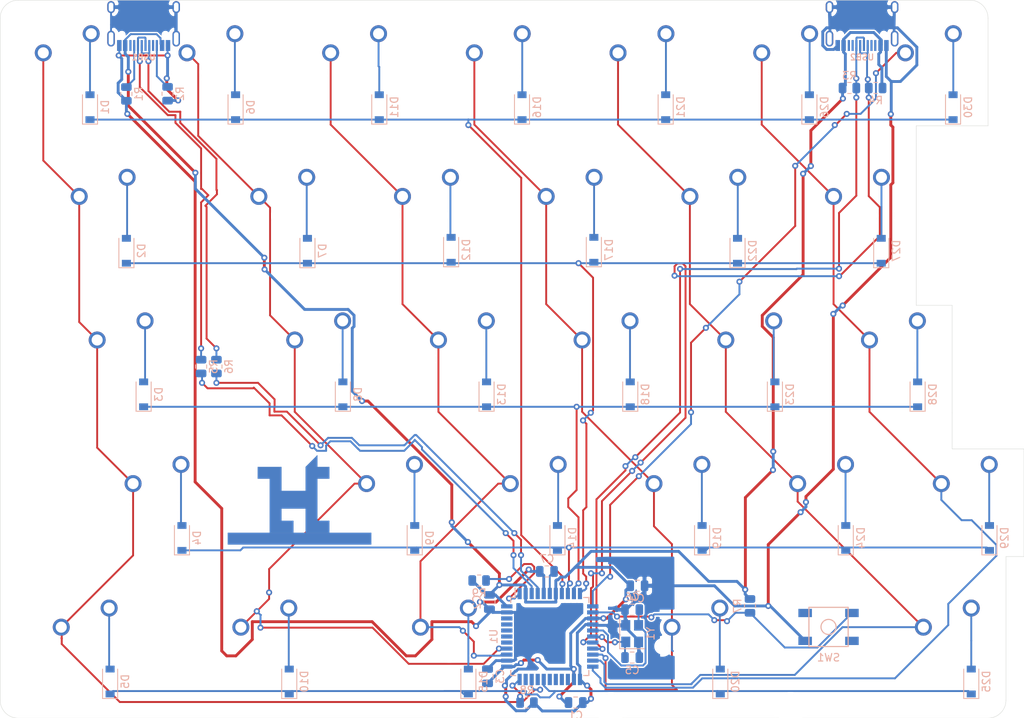
<source format=kicad_pcb>
(kicad_pcb (version 20171130) (host pcbnew "(5.1.10-1-10_14)")
  (layers (0 F.Cu signal hide) (31 B.Cu signal hide) (34 B.Paste user hide) (35 F.Paste user hide) (36 B.SilkS user hide) (37 F.SilkS user hide) (38 B.Mask user hide) (39 F.Mask user hide) (44 Edge.Cuts user))
  (net 0 "")
  (net 1 GND)
  (net 2 +5V)
  (net 3 "Net-(C5-Pad1)")
  (net 4 "Net-(C6-Pad1)")
  (net 5 "Net-(C7-Pad1)")
  (net 6 "Net-(D1-Pad2)")
  (net 7 row0)
  (net 8 "Net-(D2-Pad2)")
  (net 9 row1)
  (net 10 "Net-(D3-Pad2)")
  (net 11 row2)
  (net 12 "Net-(D4-Pad2)")
  (net 13 row3)
  (net 14 "Net-(D5-Pad2)")
  (net 15 row4)
  (net 16 "Net-(D6-Pad2)")
  (net 17 "Net-(D7-Pad2)")
  (net 18 "Net-(D8-Pad2)")
  (net 19 "Net-(D9-Pad2)")
  (net 20 "Net-(D10-Pad2)")
  (net 21 "Net-(D11-Pad2)")
  (net 22 "Net-(D12-Pad2)")
  (net 23 "Net-(D13-Pad2)")
  (net 24 "Net-(D14-Pad2)")
  (net 25 "Net-(D15-Pad2)")
  (net 26 "Net-(D16-Pad2)")
  (net 27 "Net-(D17-Pad2)")
  (net 28 "Net-(D18-Pad2)")
  (net 29 "Net-(D19-Pad2)")
  (net 30 "Net-(D20-Pad2)")
  (net 31 "Net-(D21-Pad2)")
  (net 32 "Net-(D22-Pad2)")
  (net 33 "Net-(D23-Pad2)")
  (net 34 "Net-(D24-Pad2)")
  (net 35 "Net-(D25-Pad2)")
  (net 36 "Net-(D26-Pad2)")
  (net 37 "Net-(D27-Pad2)")
  (net 38 "Net-(D28-Pad2)")
  (net 39 "Net-(D29-Pad2)")
  (net 40 "Net-(D30-Pad2)")
  (net 41 col0)
  (net 42 col1)
  (net 43 col2)
  (net 44 col3)
  (net 45 col4)
  (net 46 col5)
  (net 47 col6)
  (net 48 "Net-(R1-Pad2)")
  (net 49 "Net-(R2-Pad2)")
  (net 50 SD-)
  (net 51 SD+)
  (net 52 D-)
  (net 53 "Net-(R5-Pad1)")
  (net 54 D+)
  (net 55 "Net-(R6-Pad1)")
  (net 56 "Net-(R7-Pad2)")
  (net 57 "Net-(R8-Pad2)")
  (net 58 "Net-(U1-Pad42)")
  (net 59 "Net-(U1-Pad41)")
  (net 60 "Net-(U1-Pad40)")
  (net 61 "Net-(U1-Pad39)")
  (net 62 "Net-(U1-Pad38)")
  (net 63 "Net-(U1-Pad32)")
  (net 64 "Net-(U1-Pad30)")
  (net 65 "Net-(U1-Pad28)")
  (net 66 "Net-(U1-Pad27)")
  (net 67 "Net-(U1-Pad26)")
  (net 68 "Net-(U1-Pad25)")
  (net 69 "Net-(USB1-Pad3)")
  (net 70 "Net-(USB1-Pad9)")
  (net 71 "Net-(USB2-Pad3)")
  (net 72 "Net-(USB2-Pad10)")
  (net 73 "Net-(USB2-Pad4)")
  (net 74 "Net-(USB2-Pad9)")
  (net 75 "Net-(R9-Pad2)")
  (module Resistor_SMD:R_0805_2012Metric (layer B.Cu) (at 96.04375 112.7125)
    (fp_text reference R9 (at 0 1.65) (layer B.SilkS) (effects (justify mirror)))
    (fp_text value 10k)
    (pad 2 smd roundrect (at 0.9125 0) (size 1.025 1.4) (layers B.Cu B.Paste B.Mask) (roundrect_rratio 0.243902) (net 75 "Net-(R9-Pad2)"))
    (pad 1 smd roundrect (at -0.9125 0) (size 1.025 1.4) (layers B.Cu B.Paste B.Mask) (roundrect_rratio 0.243902) (net 2 +5V))
  )
  (module MX_Alps_Hybrid:MXOnly-1U-NoLED (layer F.Cu) (at 151.60625 83.34375)
    (fp_text reference MX28)
    (fp_text value MX-NoLED)
    (pad 2 thru_hole circle (at 2.54 -5.08) (size 2.25 2.25) (drill 1.47) (layers *.Cu B.Mask) (net 38 "Net-(D28-Pad2)"))
    (pad "" np_thru_hole circle (at 0 0) (size 3.9878 3.9878) (drill 3.9878) (layers *.Cu *.Mask))
    (pad 1 thru_hole circle (at -3.81 -2.54) (size 2.25 2.25) (drill 1.47) (layers *.Cu B.Mask) (net 46 col5))
    (pad "" np_thru_hole circle (at -5.08 0 48.0996) (size 1.75 1.75) (drill 1.75) (layers *.Cu *.Mask))
    (pad "" np_thru_hole circle (at 5.08 0 48.0996) (size 1.75 1.75) (drill 1.75) (layers *.Cu *.Mask))
  )
  (module MX_Alps_Hybrid:MXOnly-1U-NoLED (layer F.Cu) (at 146.84375 64.29375)
    (fp_text reference MX27)
    (fp_text value MX-NoLED)
    (pad 2 thru_hole circle (at 2.54 -5.08) (size 2.25 2.25) (drill 1.47) (layers *.Cu B.Mask) (net 37 "Net-(D27-Pad2)"))
    (pad "" np_thru_hole circle (at 0 0) (size 3.9878 3.9878) (drill 3.9878) (layers *.Cu *.Mask))
    (pad 1 thru_hole circle (at -3.81 -2.54) (size 2.25 2.25) (drill 1.47) (layers *.Cu B.Mask) (net 46 col5))
    (pad "" np_thru_hole circle (at -5.08 0 48.0996) (size 1.75 1.75) (drill 1.75) (layers *.Cu *.Mask))
    (pad "" np_thru_hole circle (at 5.08 0 48.0996) (size 1.75 1.75) (drill 1.75) (layers *.Cu *.Mask))
  )
  (module MX_Alps_Hybrid:MXOnly-1U-NoLED (layer F.Cu) (at 156.36875 45.24375)
    (fp_text reference MX30)
    (fp_text value MX-NoLED)
    (pad 2 thru_hole circle (at 2.54 -5.08) (size 2.25 2.25) (drill 1.47) (layers *.Cu B.Mask) (net 40 "Net-(D30-Pad2)"))
    (pad "" np_thru_hole circle (at 0 0) (size 3.9878 3.9878) (drill 3.9878) (layers *.Cu *.Mask))
    (pad 1 thru_hole circle (at -3.81 -2.54) (size 2.25 2.25) (drill 1.47) (layers *.Cu B.Mask) (net 47 col6))
    (pad "" np_thru_hole circle (at -5.08 0 48.0996) (size 1.75 1.75) (drill 1.75) (layers *.Cu *.Mask))
    (pad "" np_thru_hole circle (at 5.08 0 48.0996) (size 1.75 1.75) (drill 1.75) (layers *.Cu *.Mask))
  )
  (module MX_Alps_Hybrid:MXOnly-2.25U-NoLED (layer F.Cu) (at 125.4125 121.44375)
    (fp_text reference MX20)
    (fp_text value MX-NoLED)
    (pad 2 thru_hole circle (at 2.54 -5.08) (size 2.25 2.25) (drill 1.47) (layers *.Cu B.Mask) (net 30 "Net-(D20-Pad2)"))
    (pad "" np_thru_hole circle (at 0 0) (size 3.9878 3.9878) (drill 3.9878) (layers *.Cu *.Mask))
    (pad 1 thru_hole circle (at -3.81 -2.54) (size 2.25 2.25) (drill 1.47) (layers *.Cu B.Mask) (net 44 col3))
    (pad "" np_thru_hole circle (at -5.08 0 48.0996) (size 1.75 1.75) (drill 1.75) (layers *.Cu *.Mask))
    (pad "" np_thru_hole circle (at 5.08 0 48.0996) (size 1.75 1.75) (drill 1.75) (layers *.Cu *.Mask))
    (pad "" np_thru_hole circle (at -11.90625 -6.985) (size 3.048 3.048) (drill 3.048) (layers *.Cu *.Mask))
    (pad "" np_thru_hole circle (at 11.90625 -6.985) (size 3.048 3.048) (drill 3.048) (layers *.Cu *.Mask))
    (pad "" np_thru_hole circle (at -11.90625 8.255) (size 3.9878 3.9878) (drill 3.9878) (layers *.Cu *.Mask))
    (pad "" np_thru_hole circle (at 11.90625 8.255) (size 3.9878 3.9878) (drill 3.9878) (layers *.Cu *.Mask))
  )
  (module MX_Alps_Hybrid:MXOnly-1.25U-NoLED (layer F.Cu) (at 92.075 121.44375)
    (fp_text reference MX15)
    (fp_text value MX-NoLED)
    (pad 2 thru_hole circle (at 2.54 -5.08) (size 2.25 2.25) (drill 1.47) (layers *.Cu B.Mask) (net 25 "Net-(D15-Pad2)"))
    (pad "" np_thru_hole circle (at 0 0) (size 3.9878 3.9878) (drill 3.9878) (layers *.Cu *.Mask))
    (pad 1 thru_hole circle (at -3.81 -2.54) (size 2.25 2.25) (drill 1.47) (layers *.Cu B.Mask) (net 43 col2))
    (pad "" np_thru_hole circle (at -5.08 0 48.0996) (size 1.75 1.75) (drill 1.75) (layers *.Cu *.Mask))
    (pad "" np_thru_hole circle (at 5.08 0 48.0996) (size 1.75 1.75) (drill 1.75) (layers *.Cu *.Mask))
  )
  (module MX_Alps_Hybrid:MXOnly-1U-NoLED (layer F.Cu) (at 118.26875 45.24375)
    (fp_text reference MX21)
    (fp_text value MX-NoLED)
    (pad 2 thru_hole circle (at 2.54 -5.08) (size 2.25 2.25) (drill 1.47) (layers *.Cu B.Mask) (net 31 "Net-(D21-Pad2)"))
    (pad "" np_thru_hole circle (at 0 0) (size 3.9878 3.9878) (drill 3.9878) (layers *.Cu *.Mask))
    (pad 1 thru_hole circle (at -3.81 -2.54) (size 2.25 2.25) (drill 1.47) (layers *.Cu B.Mask) (net 45 col4))
    (pad "" np_thru_hole circle (at -5.08 0 48.0996) (size 1.75 1.75) (drill 1.75) (layers *.Cu *.Mask))
    (pad "" np_thru_hole circle (at 5.08 0 48.0996) (size 1.75 1.75) (drill 1.75) (layers *.Cu *.Mask))
  )
  (module Crystal:Crystal_SMD_3225-4Pin_3.2x2.5mm (layer B.Cu) (at 116.332 119.761 90)
    (fp_text reference Y1 (at 0 2.45 90) (layer B.SilkS) (effects (justify mirror)))
    (fp_text value 16MHz)
    (pad 4 smd rect (at -1.1 0.85 90) (size 1.4 1.2) (layers B.Cu B.Paste B.Mask) (net 1 GND))
    (pad 3 smd rect (at 1.1 0.85 90) (size 1.4 1.2) (layers B.Cu B.Paste B.Mask) (net 4 "Net-(C6-Pad1)"))
    (pad 2 smd rect (at 1.1 -0.85 90) (size 1.4 1.2) (layers B.Cu B.Paste B.Mask) (net 1 GND))
    (pad 1 smd rect (at -1.1 -0.85 90) (size 1.4 1.2) (layers B.Cu B.Paste B.Mask) (net 3 "Net-(C5-Pad1)"))
  )
  (module Keebio-Parts:HRO-TYPE-C-31-M-12-Assembly (layer B.Cu) (at 146.812 34.036)
    (fp_text reference USB2 (at 0 9.25) (layer B.SilkS) (effects (font (size 0.8 0.8)) (justify mirror)))
    (fp_text value HRO-TYPE-C-31-M-12)
    (pad 12 smd rect (at 3.225 7.695) (size 0.6 1.45) (layers B.Cu B.Paste B.Mask) (net 1 GND))
    (pad 1 smd rect (at -3.225 7.695) (size 0.6 1.45) (layers B.Cu B.Paste B.Mask) (net 1 GND))
    (pad 11 smd rect (at 2.45 7.695) (size 0.6 1.45) (layers B.Cu B.Paste B.Mask) (net 2 +5V))
    (pad 2 smd rect (at -2.45 7.695) (size 0.6 1.45) (layers B.Cu B.Paste B.Mask) (net 2 +5V))
    (pad 3 smd rect (at -1.75 7.695) (size 0.3 1.45) (layers B.Cu B.Paste B.Mask) (net 71 "Net-(USB2-Pad3)"))
    (pad 10 smd rect (at 1.75 7.695) (size 0.3 1.45) (layers B.Cu B.Paste B.Mask) (net 72 "Net-(USB2-Pad10)"))
    (pad 4 smd rect (at -1.25 7.695) (size 0.3 1.45) (layers B.Cu B.Paste B.Mask) (net 73 "Net-(USB2-Pad4)"))
    (pad 9 smd rect (at 1.25 7.695) (size 0.3 1.45) (layers B.Cu B.Paste B.Mask) (net 74 "Net-(USB2-Pad9)"))
    (pad 5 smd rect (at -0.75 7.695) (size 0.3 1.45) (layers B.Cu B.Paste B.Mask) (net 50 SD-))
    (pad 8 smd rect (at 0.75 7.695) (size 0.3 1.45) (layers B.Cu B.Paste B.Mask) (net 51 SD+))
    (pad 7 smd rect (at 0.25 7.695) (size 0.3 1.45) (layers B.Cu B.Paste B.Mask) (net 50 SD-))
    (pad 6 smd rect (at -0.25 7.695) (size 0.3 1.45) (layers B.Cu B.Paste B.Mask) (net 51 SD+))
    (pad "" np_thru_hole circle (at 2.89 6.25) (size 0.65 0.65) (drill 0.65) (layers *.Cu *.Mask))
    (pad "" np_thru_hole circle (at -2.89 6.25) (size 0.65 0.65) (drill 0.65) (layers *.Cu *.Mask))
    (pad 13 thru_hole oval (at -4.32 6.78) (size 1 2.1) (drill oval 0.6 1.7) (layers *.Cu *.Mask) (net 1 GND))
    (pad 13 thru_hole oval (at 4.32 6.78) (size 1 2.1) (drill oval 0.6 1.7) (layers *.Cu *.Mask) (net 1 GND))
    (pad 13 thru_hole oval (at -4.32 2.6) (size 1 1.6) (drill oval 0.6 1.2) (layers *.Cu *.Mask) (net 1 GND))
    (pad 13 thru_hole oval (at 4.32 2.6) (size 1 1.6) (drill oval 0.6 1.2) (layers *.Cu *.Mask) (net 1 GND))
  )
  (module Keebio-Parts:HRO-TYPE-C-31-M-12-Assembly (layer B.Cu) (at 51.562 34.036)
    (fp_text reference USB1 (at 0 9.25) (layer B.SilkS) (effects (font (size 0.8 0.8)) (justify mirror)))
    (fp_text value HRO-TYPE-C-31-M-12)
    (pad 12 smd rect (at 3.225 7.695) (size 0.6 1.45) (layers B.Cu B.Paste B.Mask) (net 1 GND))
    (pad 1 smd rect (at -3.225 7.695) (size 0.6 1.45) (layers B.Cu B.Paste B.Mask) (net 1 GND))
    (pad 11 smd rect (at 2.45 7.695) (size 0.6 1.45) (layers B.Cu B.Paste B.Mask) (net 2 +5V))
    (pad 2 smd rect (at -2.45 7.695) (size 0.6 1.45) (layers B.Cu B.Paste B.Mask) (net 2 +5V))
    (pad 3 smd rect (at -1.75 7.695) (size 0.3 1.45) (layers B.Cu B.Paste B.Mask) (net 69 "Net-(USB1-Pad3)"))
    (pad 10 smd rect (at 1.75 7.695) (size 0.3 1.45) (layers B.Cu B.Paste B.Mask) (net 49 "Net-(R2-Pad2)"))
    (pad 4 smd rect (at -1.25 7.695) (size 0.3 1.45) (layers B.Cu B.Paste B.Mask) (net 48 "Net-(R1-Pad2)"))
    (pad 9 smd rect (at 1.25 7.695) (size 0.3 1.45) (layers B.Cu B.Paste B.Mask) (net 70 "Net-(USB1-Pad9)"))
    (pad 5 smd rect (at -0.75 7.695) (size 0.3 1.45) (layers B.Cu B.Paste B.Mask) (net 52 D-))
    (pad 8 smd rect (at 0.75 7.695) (size 0.3 1.45) (layers B.Cu B.Paste B.Mask) (net 54 D+))
    (pad 7 smd rect (at 0.25 7.695) (size 0.3 1.45) (layers B.Cu B.Paste B.Mask) (net 52 D-))
    (pad 6 smd rect (at -0.25 7.695) (size 0.3 1.45) (layers B.Cu B.Paste B.Mask) (net 54 D+))
    (pad "" np_thru_hole circle (at 2.89 6.25) (size 0.65 0.65) (drill 0.65) (layers *.Cu *.Mask))
    (pad "" np_thru_hole circle (at -2.89 6.25) (size 0.65 0.65) (drill 0.65) (layers *.Cu *.Mask))
    (pad 13 thru_hole oval (at -4.32 6.78) (size 1 2.1) (drill oval 0.6 1.7) (layers *.Cu *.Mask) (net 1 GND))
    (pad 13 thru_hole oval (at 4.32 6.78) (size 1 2.1) (drill oval 0.6 1.7) (layers *.Cu *.Mask) (net 1 GND))
    (pad 13 thru_hole oval (at -4.32 2.6) (size 1 1.6) (drill oval 0.6 1.2) (layers *.Cu *.Mask) (net 1 GND))
    (pad 13 thru_hole oval (at 4.32 2.6) (size 1 1.6) (drill oval 0.6 1.2) (layers *.Cu *.Mask) (net 1 GND))
  )
  (module Package_QFP:TQFP-44_10x10mm_P0.8mm (layer B.Cu) (at 105.41 120.142 270)
    (fp_text reference U1 (at 0 7.45 90) (layer B.SilkS) (effects (justify mirror)))
    (fp_text value ATmega32U4-AU)
    (pad 44 smd rect (at -4 5.7 180) (size 1.5 0.55) (layers B.Cu B.Paste B.Mask) (net 2 +5V))
    (pad 43 smd rect (at -3.2 5.7 180) (size 1.5 0.55) (layers B.Cu B.Paste B.Mask) (net 1 GND))
    (pad 42 smd rect (at -2.4 5.7 180) (size 1.5 0.55) (layers B.Cu B.Paste B.Mask) (net 58 "Net-(U1-Pad42)"))
    (pad 41 smd rect (at -1.6 5.7 180) (size 1.5 0.55) (layers B.Cu B.Paste B.Mask) (net 59 "Net-(U1-Pad41)"))
    (pad 40 smd rect (at -0.8 5.7 180) (size 1.5 0.55) (layers B.Cu B.Paste B.Mask) (net 60 "Net-(U1-Pad40)"))
    (pad 39 smd rect (at 0 5.7 180) (size 1.5 0.55) (layers B.Cu B.Paste B.Mask) (net 61 "Net-(U1-Pad39)"))
    (pad 38 smd rect (at 0.8 5.7 180) (size 1.5 0.55) (layers B.Cu B.Paste B.Mask) (net 62 "Net-(U1-Pad38)"))
    (pad 37 smd rect (at 1.6 5.7 180) (size 1.5 0.55) (layers B.Cu B.Paste B.Mask) (net 42 col1))
    (pad 36 smd rect (at 2.4 5.7 180) (size 1.5 0.55) (layers B.Cu B.Paste B.Mask) (net 43 col2))
    (pad 35 smd rect (at 3.2 5.7 180) (size 1.5 0.55) (layers B.Cu B.Paste B.Mask) (net 1 GND))
    (pad 34 smd rect (at 4 5.7 180) (size 1.5 0.55) (layers B.Cu B.Paste B.Mask) (net 2 +5V))
    (pad 33 smd rect (at 5.7 4 270) (size 1.5 0.55) (layers B.Cu B.Paste B.Mask) (net 57 "Net-(R8-Pad2)"))
    (pad 32 smd rect (at 5.7 3.2 270) (size 1.5 0.55) (layers B.Cu B.Paste B.Mask) (net 63 "Net-(U1-Pad32)"))
    (pad 31 smd rect (at 5.7 2.4 270) (size 1.5 0.55) (layers B.Cu B.Paste B.Mask) (net 41 col0))
    (pad 30 smd rect (at 5.7 1.6 270) (size 1.5 0.55) (layers B.Cu B.Paste B.Mask) (net 64 "Net-(U1-Pad30)"))
    (pad 29 smd rect (at 5.7 0.8 270) (size 1.5 0.55) (layers B.Cu B.Paste B.Mask) (net 15 row4))
    (pad 28 smd rect (at 5.7 0 270) (size 1.5 0.55) (layers B.Cu B.Paste B.Mask) (net 65 "Net-(U1-Pad28)"))
    (pad 27 smd rect (at 5.7 -0.8 270) (size 1.5 0.55) (layers B.Cu B.Paste B.Mask) (net 66 "Net-(U1-Pad27)"))
    (pad 26 smd rect (at 5.7 -1.6 270) (size 1.5 0.55) (layers B.Cu B.Paste B.Mask) (net 67 "Net-(U1-Pad26)"))
    (pad 25 smd rect (at 5.7 -2.4 270) (size 1.5 0.55) (layers B.Cu B.Paste B.Mask) (net 68 "Net-(U1-Pad25)"))
    (pad 24 smd rect (at 5.7 -3.2 270) (size 1.5 0.55) (layers B.Cu B.Paste B.Mask) (net 2 +5V))
    (pad 23 smd rect (at 5.7 -4 270) (size 1.5 0.55) (layers B.Cu B.Paste B.Mask) (net 1 GND))
    (pad 22 smd rect (at 4 -5.7 180) (size 1.5 0.55) (layers B.Cu B.Paste B.Mask) (net 46 col5))
    (pad 21 smd rect (at 3.2 -5.7 180) (size 1.5 0.55) (layers B.Cu B.Paste B.Mask) (net 45 col4))
    (pad 20 smd rect (at 2.4 -5.7 180) (size 1.5 0.55) (layers B.Cu B.Paste B.Mask) (net 44 col3))
    (pad 19 smd rect (at 1.6 -5.7 180) (size 1.5 0.55) (layers B.Cu B.Paste B.Mask) (net 50 SD-))
    (pad 18 smd rect (at 0.8 -5.7 180) (size 1.5 0.55) (layers B.Cu B.Paste B.Mask) (net 51 SD+))
    (pad 17 smd rect (at 0 -5.7 180) (size 1.5 0.55) (layers B.Cu B.Paste B.Mask) (net 3 "Net-(C5-Pad1)"))
    (pad 16 smd rect (at -0.8 -5.7 180) (size 1.5 0.55) (layers B.Cu B.Paste B.Mask) (net 4 "Net-(C6-Pad1)"))
    (pad 15 smd rect (at -1.6 -5.7 180) (size 1.5 0.55) (layers B.Cu B.Paste B.Mask) (net 1 GND))
    (pad 14 smd rect (at -2.4 -5.7 180) (size 1.5 0.55) (layers B.Cu B.Paste B.Mask) (net 2 +5V))
    (pad 13 smd rect (at -3.2 -5.7 180) (size 1.5 0.55) (layers B.Cu B.Paste B.Mask) (net 56 "Net-(R7-Pad2)"))
    (pad 12 smd rect (at -4 -5.7 180) (size 1.5 0.55) (layers B.Cu B.Paste B.Mask) (net 47 col6))
    (pad 11 smd rect (at -5.7 -4 270) (size 1.5 0.55) (layers B.Cu B.Paste B.Mask) (net 9 row1))
    (pad 10 smd rect (at -5.7 -3.2 270) (size 1.5 0.55) (layers B.Cu B.Paste B.Mask) (net 11 row2))
    (pad 9 smd rect (at -5.7 -2.4 270) (size 1.5 0.55) (layers B.Cu B.Paste B.Mask) (net 13 row3))
    (pad 8 smd rect (at -5.7 -1.6 270) (size 1.5 0.55) (layers B.Cu B.Paste B.Mask) (net 7 row0))
    (pad 7 smd rect (at -5.7 -0.8 270) (size 1.5 0.55) (layers B.Cu B.Paste B.Mask) (net 2 +5V))
    (pad 6 smd rect (at -5.7 0 270) (size 1.5 0.55) (layers B.Cu B.Paste B.Mask) (net 5 "Net-(C7-Pad1)"))
    (pad 5 smd rect (at -5.7 0.8 270) (size 1.5 0.55) (layers B.Cu B.Paste B.Mask) (net 1 GND))
    (pad 4 smd rect (at -5.7 1.6 270) (size 1.5 0.55) (layers B.Cu B.Paste B.Mask) (net 55 "Net-(R6-Pad1)"))
    (pad 3 smd rect (at -5.7 2.4 270) (size 1.5 0.55) (layers B.Cu B.Paste B.Mask) (net 53 "Net-(R5-Pad1)"))
    (pad 2 smd rect (at -5.7 3.2 270) (size 1.5 0.55) (layers B.Cu B.Paste B.Mask) (net 2 +5V))
    (pad 1 smd rect (at -5.7 4 270) (size 1.5 0.55) (layers B.Cu B.Paste B.Mask) (net 75 "Net-(R9-Pad2)"))
  )
  (module random-keyboard-parts:SKQG-1155865 (layer B.Cu) (at 142.367 118.872 180)
    (fp_text reference SW1 (at 0 -4.064) (layer B.SilkS) (effects (justify mirror)))
    (fp_text value SW_Push)
    (pad 4 smd rect (at -3.1 -1.85 180) (size 1.8 1.1) (layers B.Cu B.Paste B.Mask))
    (pad 3 smd rect (at 3.1 1.85 180) (size 1.8 1.1) (layers B.Cu B.Paste B.Mask))
    (pad 2 smd rect (at -3.1 1.85 180) (size 1.8 1.1) (layers B.Cu B.Paste B.Mask) (net 56 "Net-(R7-Pad2)"))
    (pad 1 smd rect (at 3.1 -1.85 180) (size 1.8 1.1) (layers B.Cu B.Paste B.Mask) (net 1 GND))
  )
  (module Resistor_SMD:R_0805_2012Metric (layer B.Cu) (at 102.3855 128.905 180)
    (fp_text reference R8 (at 0 1.65) (layer B.SilkS) (effects (justify mirror)))
    (fp_text value 10k)
    (pad 2 smd roundrect (at 0.9125 0 180) (size 1.025 1.4) (layers B.Cu B.Paste B.Mask) (roundrect_rratio 0.243902) (net 57 "Net-(R8-Pad2)"))
    (pad 1 smd roundrect (at -0.9125 0 180) (size 1.025 1.4) (layers B.Cu B.Paste B.Mask) (roundrect_rratio 0.243902) (net 1 GND))
  )
  (module Resistor_SMD:R_0805_2012Metric (layer B.Cu) (at 131.953 116.078 270)
    (fp_text reference R7 (at 0 1.65 90) (layer B.SilkS) (effects (justify mirror)))
    (fp_text value 10k)
    (pad 2 smd roundrect (at 0.9125 0 270) (size 1.025 1.4) (layers B.Cu B.Paste B.Mask) (roundrect_rratio 0.243902) (net 56 "Net-(R7-Pad2)"))
    (pad 1 smd roundrect (at -0.9125 0 270) (size 1.025 1.4) (layers B.Cu B.Paste B.Mask) (roundrect_rratio 0.243902) (net 2 +5V))
  )
  (module Resistor_SMD:R_0805_2012Metric (layer B.Cu) (at 61.214 84.328 90)
    (fp_text reference R6 (at 0 1.65 90) (layer B.SilkS) (effects (justify mirror)))
    (fp_text value 22)
    (pad 2 smd roundrect (at 0.9125 0 90) (size 1.025 1.4) (layers B.Cu B.Paste B.Mask) (roundrect_rratio 0.243902) (net 54 D+))
    (pad 1 smd roundrect (at -0.9125 0 90) (size 1.025 1.4) (layers B.Cu B.Paste B.Mask) (roundrect_rratio 0.243902) (net 55 "Net-(R6-Pad1)"))
  )
  (module Resistor_SMD:R_0805_2012Metric (layer B.Cu) (at 59.182 84.328 90)
    (fp_text reference R5 (at 0 1.65 90) (layer B.SilkS) (effects (justify mirror)))
    (fp_text value 22)
    (pad 2 smd roundrect (at 0.9125 0 90) (size 1.025 1.4) (layers B.Cu B.Paste B.Mask) (roundrect_rratio 0.243902) (net 52 D-))
    (pad 1 smd roundrect (at -0.9125 0 90) (size 1.025 1.4) (layers B.Cu B.Paste B.Mask) (roundrect_rratio 0.243902) (net 53 "Net-(R5-Pad1)"))
  )
  (module Resistor_SMD:R_0805_2012Metric (layer B.Cu) (at 148.6135 47.371)
    (fp_text reference R4 (at 0 1.65) (layer B.SilkS) (effects (justify mirror)))
    (fp_text value 4.7k)
    (pad 2 smd roundrect (at 0.9125 0) (size 1.025 1.4) (layers B.Cu B.Paste B.Mask) (roundrect_rratio 0.243902) (net 2 +5V))
    (pad 1 smd roundrect (at -0.9125 0) (size 1.025 1.4) (layers B.Cu B.Paste B.Mask) (roundrect_rratio 0.243902) (net 51 SD+))
  )
  (module Resistor_SMD:R_0805_2012Metric (layer B.Cu) (at 145.1375 47.371 180)
    (fp_text reference R3 (at 0 1.65) (layer B.SilkS) (effects (justify mirror)))
    (fp_text value 4.7k)
    (pad 2 smd roundrect (at 0.9125 0 180) (size 1.025 1.4) (layers B.Cu B.Paste B.Mask) (roundrect_rratio 0.243902) (net 2 +5V))
    (pad 1 smd roundrect (at -0.9125 0 180) (size 1.025 1.4) (layers B.Cu B.Paste B.Mask) (roundrect_rratio 0.243902) (net 50 SD-))
  )
  (module Resistor_SMD:R_0805_2012Metric (layer B.Cu) (at 54.737 48.133 90)
    (fp_text reference R2 (at 0 1.65 90) (layer B.SilkS) (effects (justify mirror)))
    (fp_text value 5.1k)
    (pad 2 smd roundrect (at 0.9125 0 90) (size 1.025 1.4) (layers B.Cu B.Paste B.Mask) (roundrect_rratio 0.243902) (net 49 "Net-(R2-Pad2)"))
    (pad 1 smd roundrect (at -0.9125 0 90) (size 1.025 1.4) (layers B.Cu B.Paste B.Mask) (roundrect_rratio 0.243902) (net 1 GND))
  )
  (module Resistor_SMD:R_0805_2012Metric (layer B.Cu) (at 49.276 48.1565 90)
    (fp_text reference R1 (at 0 1.65 90) (layer B.SilkS) (effects (justify mirror)))
    (fp_text value 5.1k)
    (pad 2 smd roundrect (at 0.9125 0 90) (size 1.025 1.4) (layers B.Cu B.Paste B.Mask) (roundrect_rratio 0.243902) (net 48 "Net-(R1-Pad2)"))
    (pad 1 smd roundrect (at -0.9125 0 90) (size 1.025 1.4) (layers B.Cu B.Paste B.Mask) (roundrect_rratio 0.243902) (net 1 GND))
  )
  (module MX_Alps_Hybrid:MXOnly-1U-NoLED (layer F.Cu) (at 161.13125 102.39375)
    (fp_text reference MX29)
    (fp_text value MX-NoLED)
    (pad 2 thru_hole circle (at 2.54 -5.08) (size 2.25 2.25) (drill 1.47) (layers *.Cu B.Mask) (net 39 "Net-(D29-Pad2)"))
    (pad "" np_thru_hole circle (at 0 0) (size 3.9878 3.9878) (drill 3.9878) (layers *.Cu *.Mask))
    (pad 1 thru_hole circle (at -3.81 -2.54) (size 2.25 2.25) (drill 1.47) (layers *.Cu B.Mask) (net 46 col5))
    (pad "" np_thru_hole circle (at -5.08 0 48.0996) (size 1.75 1.75) (drill 1.75) (layers *.Cu *.Mask))
    (pad "" np_thru_hole circle (at 5.08 0 48.0996) (size 1.75 1.75) (drill 1.75) (layers *.Cu *.Mask))
  )
  (module MX_Alps_Hybrid:MXOnly-1U-NoLED (layer F.Cu) (at 137.31875 45.24375)
    (fp_text reference MX26)
    (fp_text value MX-NoLED)
    (pad 2 thru_hole circle (at 2.54 -5.08) (size 2.25 2.25) (drill 1.47) (layers *.Cu B.Mask) (net 36 "Net-(D26-Pad2)"))
    (pad "" np_thru_hole circle (at 0 0) (size 3.9878 3.9878) (drill 3.9878) (layers *.Cu *.Mask))
    (pad 1 thru_hole circle (at -3.81 -2.54) (size 2.25 2.25) (drill 1.47) (layers *.Cu B.Mask) (net 46 col5))
    (pad "" np_thru_hole circle (at -5.08 0 48.0996) (size 1.75 1.75) (drill 1.75) (layers *.Cu *.Mask))
    (pad "" np_thru_hole circle (at 5.08 0 48.0996) (size 1.75 1.75) (drill 1.75) (layers *.Cu *.Mask))
  )
  (module MX_Alps_Hybrid:MXOnly-1.25U-NoLED (layer F.Cu) (at 158.75 121.44375)
    (fp_text reference MX25)
    (fp_text value MX-NoLED)
    (pad 2 thru_hole circle (at 2.54 -5.08) (size 2.25 2.25) (drill 1.47) (layers *.Cu B.Mask) (net 35 "Net-(D25-Pad2)"))
    (pad "" np_thru_hole circle (at 0 0) (size 3.9878 3.9878) (drill 3.9878) (layers *.Cu *.Mask))
    (pad 1 thru_hole circle (at -3.81 -2.54) (size 2.25 2.25) (drill 1.47) (layers *.Cu B.Mask) (net 45 col4))
    (pad "" np_thru_hole circle (at -5.08 0 48.0996) (size 1.75 1.75) (drill 1.75) (layers *.Cu *.Mask))
    (pad "" np_thru_hole circle (at 5.08 0 48.0996) (size 1.75 1.75) (drill 1.75) (layers *.Cu *.Mask))
  )
  (module MX_Alps_Hybrid:MXOnly-1U-NoLED (layer F.Cu) (at 142.08125 102.39375)
    (fp_text reference MX24)
    (fp_text value MX-NoLED)
    (pad 2 thru_hole circle (at 2.54 -5.08) (size 2.25 2.25) (drill 1.47) (layers *.Cu B.Mask) (net 34 "Net-(D24-Pad2)"))
    (pad "" np_thru_hole circle (at 0 0) (size 3.9878 3.9878) (drill 3.9878) (layers *.Cu *.Mask))
    (pad 1 thru_hole circle (at -3.81 -2.54) (size 2.25 2.25) (drill 1.47) (layers *.Cu B.Mask) (net 45 col4))
    (pad "" np_thru_hole circle (at -5.08 0 48.0996) (size 1.75 1.75) (drill 1.75) (layers *.Cu *.Mask))
    (pad "" np_thru_hole circle (at 5.08 0 48.0996) (size 1.75 1.75) (drill 1.75) (layers *.Cu *.Mask))
  )
  (module MX_Alps_Hybrid:MXOnly-1U-NoLED (layer F.Cu) (at 132.55625 83.34375)
    (fp_text reference MX23)
    (fp_text value MX-NoLED)
    (pad 2 thru_hole circle (at 2.54 -5.08) (size 2.25 2.25) (drill 1.47) (layers *.Cu B.Mask) (net 33 "Net-(D23-Pad2)"))
    (pad "" np_thru_hole circle (at 0 0) (size 3.9878 3.9878) (drill 3.9878) (layers *.Cu *.Mask))
    (pad 1 thru_hole circle (at -3.81 -2.54) (size 2.25 2.25) (drill 1.47) (layers *.Cu B.Mask) (net 45 col4))
    (pad "" np_thru_hole circle (at -5.08 0 48.0996) (size 1.75 1.75) (drill 1.75) (layers *.Cu *.Mask))
    (pad "" np_thru_hole circle (at 5.08 0 48.0996) (size 1.75 1.75) (drill 1.75) (layers *.Cu *.Mask))
  )
  (module MX_Alps_Hybrid:MXOnly-1U-NoLED (layer F.Cu) (at 127.79375 64.29375)
    (fp_text reference MX22)
    (fp_text value MX-NoLED)
    (pad 2 thru_hole circle (at 2.54 -5.08) (size 2.25 2.25) (drill 1.47) (layers *.Cu B.Mask) (net 32 "Net-(D22-Pad2)"))
    (pad "" np_thru_hole circle (at 0 0) (size 3.9878 3.9878) (drill 3.9878) (layers *.Cu *.Mask))
    (pad 1 thru_hole circle (at -3.81 -2.54) (size 2.25 2.25) (drill 1.47) (layers *.Cu B.Mask) (net 45 col4))
    (pad "" np_thru_hole circle (at -5.08 0 48.0996) (size 1.75 1.75) (drill 1.75) (layers *.Cu *.Mask))
    (pad "" np_thru_hole circle (at 5.08 0 48.0996) (size 1.75 1.75) (drill 1.75) (layers *.Cu *.Mask))
  )
  (module MX_Alps_Hybrid:MXOnly-1U-NoLED (layer F.Cu) (at 123.03125 102.39375)
    (fp_text reference MX19)
    (fp_text value MX-NoLED)
    (pad 2 thru_hole circle (at 2.54 -5.08) (size 2.25 2.25) (drill 1.47) (layers *.Cu B.Mask) (net 29 "Net-(D19-Pad2)"))
    (pad "" np_thru_hole circle (at 0 0) (size 3.9878 3.9878) (drill 3.9878) (layers *.Cu *.Mask))
    (pad 1 thru_hole circle (at -3.81 -2.54) (size 2.25 2.25) (drill 1.47) (layers *.Cu B.Mask) (net 44 col3))
    (pad "" np_thru_hole circle (at -5.08 0 48.0996) (size 1.75 1.75) (drill 1.75) (layers *.Cu *.Mask))
    (pad "" np_thru_hole circle (at 5.08 0 48.0996) (size 1.75 1.75) (drill 1.75) (layers *.Cu *.Mask))
  )
  (module MX_Alps_Hybrid:MXOnly-1U-NoLED (layer F.Cu) (at 113.50625 83.34375)
    (fp_text reference MX18)
    (fp_text value MX-NoLED)
    (pad 2 thru_hole circle (at 2.54 -5.08) (size 2.25 2.25) (drill 1.47) (layers *.Cu B.Mask) (net 28 "Net-(D18-Pad2)"))
    (pad "" np_thru_hole circle (at 0 0) (size 3.9878 3.9878) (drill 3.9878) (layers *.Cu *.Mask))
    (pad 1 thru_hole circle (at -3.81 -2.54) (size 2.25 2.25) (drill 1.47) (layers *.Cu B.Mask) (net 44 col3))
    (pad "" np_thru_hole circle (at -5.08 0 48.0996) (size 1.75 1.75) (drill 1.75) (layers *.Cu *.Mask))
    (pad "" np_thru_hole circle (at 5.08 0 48.0996) (size 1.75 1.75) (drill 1.75) (layers *.Cu *.Mask))
  )
  (module MX_Alps_Hybrid:MXOnly-1U-NoLED (layer F.Cu) (at 108.74375 64.29375)
    (fp_text reference MX17)
    (fp_text value MX-NoLED)
    (pad 2 thru_hole circle (at 2.54 -5.08) (size 2.25 2.25) (drill 1.47) (layers *.Cu B.Mask) (net 27 "Net-(D17-Pad2)"))
    (pad "" np_thru_hole circle (at 0 0) (size 3.9878 3.9878) (drill 3.9878) (layers *.Cu *.Mask))
    (pad 1 thru_hole circle (at -3.81 -2.54) (size 2.25 2.25) (drill 1.47) (layers *.Cu B.Mask) (net 44 col3))
    (pad "" np_thru_hole circle (at -5.08 0 48.0996) (size 1.75 1.75) (drill 1.75) (layers *.Cu *.Mask))
    (pad "" np_thru_hole circle (at 5.08 0 48.0996) (size 1.75 1.75) (drill 1.75) (layers *.Cu *.Mask))
  )
  (module MX_Alps_Hybrid:MXOnly-1U-NoLED (layer F.Cu) (at 99.21875 45.24375)
    (fp_text reference MX16)
    (fp_text value MX-NoLED)
    (pad 2 thru_hole circle (at 2.54 -5.08) (size 2.25 2.25) (drill 1.47) (layers *.Cu B.Mask) (net 26 "Net-(D16-Pad2)"))
    (pad "" np_thru_hole circle (at 0 0) (size 3.9878 3.9878) (drill 3.9878) (layers *.Cu *.Mask))
    (pad 1 thru_hole circle (at -3.81 -2.54) (size 2.25 2.25) (drill 1.47) (layers *.Cu B.Mask) (net 44 col3))
    (pad "" np_thru_hole circle (at -5.08 0 48.0996) (size 1.75 1.75) (drill 1.75) (layers *.Cu *.Mask))
    (pad "" np_thru_hole circle (at 5.08 0 48.0996) (size 1.75 1.75) (drill 1.75) (layers *.Cu *.Mask))
  )
  (module MX_Alps_Hybrid:MXOnly-1U-NoLED (layer F.Cu) (at 103.98125 102.39375)
    (fp_text reference MX14)
    (fp_text value MX-NoLED)
    (pad 2 thru_hole circle (at 2.54 -5.08) (size 2.25 2.25) (drill 1.47) (layers *.Cu B.Mask) (net 24 "Net-(D14-Pad2)"))
    (pad "" np_thru_hole circle (at 0 0) (size 3.9878 3.9878) (drill 3.9878) (layers *.Cu *.Mask))
    (pad 1 thru_hole circle (at -3.81 -2.54) (size 2.25 2.25) (drill 1.47) (layers *.Cu B.Mask) (net 43 col2))
    (pad "" np_thru_hole circle (at -5.08 0 48.0996) (size 1.75 1.75) (drill 1.75) (layers *.Cu *.Mask))
    (pad "" np_thru_hole circle (at 5.08 0 48.0996) (size 1.75 1.75) (drill 1.75) (layers *.Cu *.Mask))
  )
  (module MX_Alps_Hybrid:MXOnly-1U-NoLED (layer F.Cu) (at 94.45625 83.34375)
    (fp_text reference MX13)
    (fp_text value MX-NoLED)
    (pad 2 thru_hole circle (at 2.54 -5.08) (size 2.25 2.25) (drill 1.47) (layers *.Cu B.Mask) (net 23 "Net-(D13-Pad2)"))
    (pad "" np_thru_hole circle (at 0 0) (size 3.9878 3.9878) (drill 3.9878) (layers *.Cu *.Mask))
    (pad 1 thru_hole circle (at -3.81 -2.54) (size 2.25 2.25) (drill 1.47) (layers *.Cu B.Mask) (net 43 col2))
    (pad "" np_thru_hole circle (at -5.08 0 48.0996) (size 1.75 1.75) (drill 1.75) (layers *.Cu *.Mask))
    (pad "" np_thru_hole circle (at 5.08 0 48.0996) (size 1.75 1.75) (drill 1.75) (layers *.Cu *.Mask))
  )
  (module MX_Alps_Hybrid:MXOnly-1U-NoLED (layer F.Cu) (at 89.69375 64.29375)
    (fp_text reference MX12)
    (fp_text value MX-NoLED)
    (pad 2 thru_hole circle (at 2.54 -5.08) (size 2.25 2.25) (drill 1.47) (layers *.Cu B.Mask) (net 22 "Net-(D12-Pad2)"))
    (pad "" np_thru_hole circle (at 0 0) (size 3.9878 3.9878) (drill 3.9878) (layers *.Cu *.Mask))
    (pad 1 thru_hole circle (at -3.81 -2.54) (size 2.25 2.25) (drill 1.47) (layers *.Cu B.Mask) (net 43 col2))
    (pad "" np_thru_hole circle (at -5.08 0 48.0996) (size 1.75 1.75) (drill 1.75) (layers *.Cu *.Mask))
    (pad "" np_thru_hole circle (at 5.08 0 48.0996) (size 1.75 1.75) (drill 1.75) (layers *.Cu *.Mask))
  )
  (module MX_Alps_Hybrid:MXOnly-1U-NoLED (layer F.Cu) (at 80.16875 45.24375)
    (fp_text reference MX11)
    (fp_text value MX-NoLED)
    (pad 2 thru_hole circle (at 2.54 -5.08) (size 2.25 2.25) (drill 1.47) (layers *.Cu B.Mask) (net 21 "Net-(D11-Pad2)"))
    (pad "" np_thru_hole circle (at 0 0) (size 3.9878 3.9878) (drill 3.9878) (layers *.Cu *.Mask))
    (pad 1 thru_hole circle (at -3.81 -2.54) (size 2.25 2.25) (drill 1.47) (layers *.Cu B.Mask) (net 43 col2))
    (pad "" np_thru_hole circle (at -5.08 0 48.0996) (size 1.75 1.75) (drill 1.75) (layers *.Cu *.Mask))
    (pad "" np_thru_hole circle (at 5.08 0 48.0996) (size 1.75 1.75) (drill 1.75) (layers *.Cu *.Mask))
  )
  (module MX_Alps_Hybrid:MXOnly-1.25U-NoLED (layer F.Cu) (at 68.2625 121.44375)
    (fp_text reference MX10)
    (fp_text value MX-NoLED)
    (pad 2 thru_hole circle (at 2.54 -5.08) (size 2.25 2.25) (drill 1.47) (layers *.Cu B.Mask) (net 20 "Net-(D10-Pad2)"))
    (pad "" np_thru_hole circle (at 0 0) (size 3.9878 3.9878) (drill 3.9878) (layers *.Cu *.Mask))
    (pad 1 thru_hole circle (at -3.81 -2.54) (size 2.25 2.25) (drill 1.47) (layers *.Cu B.Mask) (net 42 col1))
    (pad "" np_thru_hole circle (at -5.08 0 48.0996) (size 1.75 1.75) (drill 1.75) (layers *.Cu *.Mask))
    (pad "" np_thru_hole circle (at 5.08 0 48.0996) (size 1.75 1.75) (drill 1.75) (layers *.Cu *.Mask))
  )
  (module MX_Alps_Hybrid:MXOnly-1U-NoLED (layer F.Cu) (at 84.93125 102.39375)
    (fp_text reference MX9)
    (fp_text value MX-NoLED)
    (pad 2 thru_hole circle (at 2.54 -5.08) (size 2.25 2.25) (drill 1.47) (layers *.Cu B.Mask) (net 19 "Net-(D9-Pad2)"))
    (pad "" np_thru_hole circle (at 0 0) (size 3.9878 3.9878) (drill 3.9878) (layers *.Cu *.Mask))
    (pad 1 thru_hole circle (at -3.81 -2.54) (size 2.25 2.25) (drill 1.47) (layers *.Cu B.Mask) (net 42 col1))
    (pad "" np_thru_hole circle (at -5.08 0 48.0996) (size 1.75 1.75) (drill 1.75) (layers *.Cu *.Mask))
    (pad "" np_thru_hole circle (at 5.08 0 48.0996) (size 1.75 1.75) (drill 1.75) (layers *.Cu *.Mask))
  )
  (module MX_Alps_Hybrid:MXOnly-1U-NoLED (layer F.Cu) (at 75.40625 83.34375)
    (fp_text reference MX8)
    (fp_text value MX-NoLED)
    (pad 2 thru_hole circle (at 2.54 -5.08) (size 2.25 2.25) (drill 1.47) (layers *.Cu B.Mask) (net 18 "Net-(D8-Pad2)"))
    (pad "" np_thru_hole circle (at 0 0) (size 3.9878 3.9878) (drill 3.9878) (layers *.Cu *.Mask))
    (pad 1 thru_hole circle (at -3.81 -2.54) (size 2.25 2.25) (drill 1.47) (layers *.Cu B.Mask) (net 42 col1))
    (pad "" np_thru_hole circle (at -5.08 0 48.0996) (size 1.75 1.75) (drill 1.75) (layers *.Cu *.Mask))
    (pad "" np_thru_hole circle (at 5.08 0 48.0996) (size 1.75 1.75) (drill 1.75) (layers *.Cu *.Mask))
  )
  (module MX_Alps_Hybrid:MXOnly-1U-NoLED (layer F.Cu) (at 70.64375 64.29375)
    (fp_text reference MX7)
    (fp_text value MX-NoLED)
    (pad 2 thru_hole circle (at 2.54 -5.08) (size 2.25 2.25) (drill 1.47) (layers *.Cu B.Mask) (net 17 "Net-(D7-Pad2)"))
    (pad "" np_thru_hole circle (at 0 0) (size 3.9878 3.9878) (drill 3.9878) (layers *.Cu *.Mask))
    (pad 1 thru_hole circle (at -3.81 -2.54) (size 2.25 2.25) (drill 1.47) (layers *.Cu B.Mask) (net 42 col1))
    (pad "" np_thru_hole circle (at -5.08 0 48.0996) (size 1.75 1.75) (drill 1.75) (layers *.Cu *.Mask))
    (pad "" np_thru_hole circle (at 5.08 0 48.0996) (size 1.75 1.75) (drill 1.75) (layers *.Cu *.Mask))
  )
  (module MX_Alps_Hybrid:MXOnly-1U-NoLED (layer F.Cu) (at 61.11875 45.24375)
    (fp_text reference MX6)
    (fp_text value MX-NoLED)
    (pad 2 thru_hole circle (at 2.54 -5.08) (size 2.25 2.25) (drill 1.47) (layers *.Cu B.Mask) (net 16 "Net-(D6-Pad2)"))
    (pad "" np_thru_hole circle (at 0 0) (size 3.9878 3.9878) (drill 3.9878) (layers *.Cu *.Mask))
    (pad 1 thru_hole circle (at -3.81 -2.54) (size 2.25 2.25) (drill 1.47) (layers *.Cu B.Mask) (net 42 col1))
    (pad "" np_thru_hole circle (at -5.08 0 48.0996) (size 1.75 1.75) (drill 1.75) (layers *.Cu *.Mask))
    (pad "" np_thru_hole circle (at 5.08 0 48.0996) (size 1.75 1.75) (drill 1.75) (layers *.Cu *.Mask))
  )
  (module MX_Alps_Hybrid:MXOnly-1.25U-NoLED (layer F.Cu) (at 44.45 121.44375)
    (fp_text reference MX5)
    (fp_text value MX-NoLED)
    (pad 2 thru_hole circle (at 2.54 -5.08) (size 2.25 2.25) (drill 1.47) (layers *.Cu B.Mask) (net 14 "Net-(D5-Pad2)"))
    (pad "" np_thru_hole circle (at 0 0) (size 3.9878 3.9878) (drill 3.9878) (layers *.Cu *.Mask))
    (pad 1 thru_hole circle (at -3.81 -2.54) (size 2.25 2.25) (drill 1.47) (layers *.Cu B.Mask) (net 41 col0))
    (pad "" np_thru_hole circle (at -5.08 0 48.0996) (size 1.75 1.75) (drill 1.75) (layers *.Cu *.Mask))
    (pad "" np_thru_hole circle (at 5.08 0 48.0996) (size 1.75 1.75) (drill 1.75) (layers *.Cu *.Mask))
  )
  (module MX_Alps_Hybrid:MXOnly-2.25U-NoLED (layer F.Cu) (at 53.975 102.39375)
    (fp_text reference MX4)
    (fp_text value MX-NoLED)
    (pad 2 thru_hole circle (at 2.54 -5.08) (size 2.25 2.25) (drill 1.47) (layers *.Cu B.Mask) (net 12 "Net-(D4-Pad2)"))
    (pad "" np_thru_hole circle (at 0 0) (size 3.9878 3.9878) (drill 3.9878) (layers *.Cu *.Mask))
    (pad 1 thru_hole circle (at -3.81 -2.54) (size 2.25 2.25) (drill 1.47) (layers *.Cu B.Mask) (net 41 col0))
    (pad "" np_thru_hole circle (at -5.08 0 48.0996) (size 1.75 1.75) (drill 1.75) (layers *.Cu *.Mask))
    (pad "" np_thru_hole circle (at 5.08 0 48.0996) (size 1.75 1.75) (drill 1.75) (layers *.Cu *.Mask))
    (pad "" np_thru_hole circle (at -11.90625 -6.985) (size 3.048 3.048) (drill 3.048) (layers *.Cu *.Mask))
    (pad "" np_thru_hole circle (at 11.90625 -6.985) (size 3.048 3.048) (drill 3.048) (layers *.Cu *.Mask))
    (pad "" np_thru_hole circle (at -11.90625 8.255) (size 3.9878 3.9878) (drill 3.9878) (layers *.Cu *.Mask))
    (pad "" np_thru_hole circle (at 11.90625 8.255) (size 3.9878 3.9878) (drill 3.9878) (layers *.Cu *.Mask))
  )
  (module MX_Alps_Hybrid:MXOnly-1.75U-NoLED (layer F.Cu) (at 49.2125 83.34375)
    (fp_text reference MX3)
    (fp_text value MX-NoLED)
    (pad 2 thru_hole circle (at 2.54 -5.08) (size 2.25 2.25) (drill 1.47) (layers *.Cu B.Mask) (net 10 "Net-(D3-Pad2)"))
    (pad "" np_thru_hole circle (at 0 0) (size 3.9878 3.9878) (drill 3.9878) (layers *.Cu *.Mask))
    (pad 1 thru_hole circle (at -3.81 -2.54) (size 2.25 2.25) (drill 1.47) (layers *.Cu B.Mask) (net 41 col0))
    (pad "" np_thru_hole circle (at -5.08 0 48.0996) (size 1.75 1.75) (drill 1.75) (layers *.Cu *.Mask))
    (pad "" np_thru_hole circle (at 5.08 0 48.0996) (size 1.75 1.75) (drill 1.75) (layers *.Cu *.Mask))
  )
  (module MX_Alps_Hybrid:MXOnly-1.5U-NoLED (layer F.Cu) (at 46.83125 64.29375)
    (fp_text reference MX2)
    (fp_text value MX-NoLED)
    (pad 2 thru_hole circle (at 2.54 -5.08) (size 2.25 2.25) (drill 1.47) (layers *.Cu B.Mask) (net 8 "Net-(D2-Pad2)"))
    (pad "" np_thru_hole circle (at 0 0) (size 3.9878 3.9878) (drill 3.9878) (layers *.Cu *.Mask))
    (pad 1 thru_hole circle (at -3.81 -2.54) (size 2.25 2.25) (drill 1.47) (layers *.Cu B.Mask) (net 41 col0))
    (pad "" np_thru_hole circle (at -5.08 0 48.0996) (size 1.75 1.75) (drill 1.75) (layers *.Cu *.Mask))
    (pad "" np_thru_hole circle (at 5.08 0 48.0996) (size 1.75 1.75) (drill 1.75) (layers *.Cu *.Mask))
  )
  (module MX_Alps_Hybrid:MXOnly-1U-NoLED (layer F.Cu) (at 42.06875 45.24375)
    (fp_text reference MX1)
    (fp_text value MX-NoLED)
    (pad 2 thru_hole circle (at 2.54 -5.08) (size 2.25 2.25) (drill 1.47) (layers *.Cu B.Mask) (net 6 "Net-(D1-Pad2)"))
    (pad "" np_thru_hole circle (at 0 0) (size 3.9878 3.9878) (drill 3.9878) (layers *.Cu *.Mask))
    (pad 1 thru_hole circle (at -3.81 -2.54) (size 2.25 2.25) (drill 1.47) (layers *.Cu B.Mask) (net 41 col0))
    (pad "" np_thru_hole circle (at -5.08 0 48.0996) (size 1.75 1.75) (drill 1.75) (layers *.Cu *.Mask))
    (pad "" np_thru_hole circle (at 5.08 0 48.0996) (size 1.75 1.75) (drill 1.75) (layers *.Cu *.Mask))
  )
  (module Diode_SMD:D_SOD-123 (layer B.Cu) (at 158.877 49.911 90)
    (fp_text reference D30 (at 0 2 90) (layer B.SilkS) (effects (justify mirror)))
    (fp_text value D_Small)
    (pad 2 smd rect (at 1.65 0 90) (size 0.9 1.2) (layers B.Cu B.Paste B.Mask) (net 40 "Net-(D30-Pad2)"))
    (pad 1 smd rect (at -1.65 0 90) (size 0.9 1.2) (layers B.Cu B.Paste B.Mask) (net 7 row0))
  )
  (module Diode_SMD:D_SOD-123 (layer B.Cu) (at 163.703 107.061 90)
    (fp_text reference D29 (at 0 2 90) (layer B.SilkS) (effects (justify mirror)))
    (fp_text value D_Small)
    (pad 2 smd rect (at 1.65 0 90) (size 0.9 1.2) (layers B.Cu B.Paste B.Mask) (net 39 "Net-(D29-Pad2)"))
    (pad 1 smd rect (at -1.65 0 90) (size 0.9 1.2) (layers B.Cu B.Paste B.Mask) (net 13 row3))
  )
  (module Diode_SMD:D_SOD-123 (layer B.Cu) (at 154.178 88.011 90)
    (fp_text reference D28 (at 0 2 90) (layer B.SilkS) (effects (justify mirror)))
    (fp_text value D_Small)
    (pad 2 smd rect (at 1.65 0 90) (size 0.9 1.2) (layers B.Cu B.Paste B.Mask) (net 38 "Net-(D28-Pad2)"))
    (pad 1 smd rect (at -1.65 0 90) (size 0.9 1.2) (layers B.Cu B.Paste B.Mask) (net 11 row2))
  )
  (module Diode_SMD:D_SOD-123 (layer B.Cu) (at 149.352 68.961 90)
    (fp_text reference D27 (at 0 2 90) (layer B.SilkS) (effects (justify mirror)))
    (fp_text value D_Small)
    (pad 2 smd rect (at 1.65 0 90) (size 0.9 1.2) (layers B.Cu B.Paste B.Mask) (net 37 "Net-(D27-Pad2)"))
    (pad 1 smd rect (at -1.65 0 90) (size 0.9 1.2) (layers B.Cu B.Paste B.Mask) (net 9 row1))
  )
  (module Diode_SMD:D_SOD-123 (layer B.Cu) (at 139.827 49.911 90)
    (fp_text reference D26 (at 0 2 90) (layer B.SilkS) (effects (justify mirror)))
    (fp_text value D_Small)
    (pad 2 smd rect (at 1.65 0 90) (size 0.9 1.2) (layers B.Cu B.Paste B.Mask) (net 36 "Net-(D26-Pad2)"))
    (pad 1 smd rect (at -1.65 0 90) (size 0.9 1.2) (layers B.Cu B.Paste B.Mask) (net 7 row0))
  )
  (module Diode_SMD:D_SOD-123 (layer B.Cu) (at 161.29 126.111 90)
    (fp_text reference D25 (at 0 2 90) (layer B.SilkS) (effects (justify mirror)))
    (fp_text value D_Small)
    (pad 2 smd rect (at 1.65 0 90) (size 0.9 1.2) (layers B.Cu B.Paste B.Mask) (net 35 "Net-(D25-Pad2)"))
    (pad 1 smd rect (at -1.65 0 90) (size 0.9 1.2) (layers B.Cu B.Paste B.Mask) (net 15 row4))
  )
  (module Diode_SMD:D_SOD-123 (layer B.Cu) (at 144.653 107.061 90)
    (fp_text reference D24 (at 0 2 90) (layer B.SilkS) (effects (justify mirror)))
    (fp_text value D_Small)
    (pad 2 smd rect (at 1.65 0 90) (size 0.9 1.2) (layers B.Cu B.Paste B.Mask) (net 34 "Net-(D24-Pad2)"))
    (pad 1 smd rect (at -1.65 0 90) (size 0.9 1.2) (layers B.Cu B.Paste B.Mask) (net 13 row3))
  )
  (module Diode_SMD:D_SOD-123 (layer B.Cu) (at 135.255 88.011 90)
    (fp_text reference D23 (at 0 2 90) (layer B.SilkS) (effects (justify mirror)))
    (fp_text value D_Small)
    (pad 2 smd rect (at 1.65 0 90) (size 0.9 1.2) (layers B.Cu B.Paste B.Mask) (net 33 "Net-(D23-Pad2)"))
    (pad 1 smd rect (at -1.65 0 90) (size 0.9 1.2) (layers B.Cu B.Paste B.Mask) (net 11 row2))
  )
  (module Diode_SMD:D_SOD-123 (layer B.Cu) (at 130.302 68.961 90)
    (fp_text reference D22 (at 0 2 90) (layer B.SilkS) (effects (justify mirror)))
    (fp_text value D_Small)
    (pad 2 smd rect (at 1.65 0 90) (size 0.9 1.2) (layers B.Cu B.Paste B.Mask) (net 32 "Net-(D22-Pad2)"))
    (pad 1 smd rect (at -1.65 0 90) (size 0.9 1.2) (layers B.Cu B.Paste B.Mask) (net 9 row1))
  )
  (module Diode_SMD:D_SOD-123 (layer B.Cu) (at 120.777 49.911 90)
    (fp_text reference D21 (at 0 2 90) (layer B.SilkS) (effects (justify mirror)))
    (fp_text value D_Small)
    (pad 2 smd rect (at 1.65 0 90) (size 0.9 1.2) (layers B.Cu B.Paste B.Mask) (net 31 "Net-(D21-Pad2)"))
    (pad 1 smd rect (at -1.65 0 90) (size 0.9 1.2) (layers B.Cu B.Paste B.Mask) (net 7 row0))
  )
  (module Diode_SMD:D_SOD-123 (layer B.Cu) (at 128.016 126.111 90)
    (fp_text reference D20 (at 0 2 90) (layer B.SilkS) (effects (justify mirror)))
    (fp_text value D_Small)
    (pad 2 smd rect (at 1.65 0 90) (size 0.9 1.2) (layers B.Cu B.Paste B.Mask) (net 30 "Net-(D20-Pad2)"))
    (pad 1 smd rect (at -1.65 0 90) (size 0.9 1.2) (layers B.Cu B.Paste B.Mask) (net 15 row4))
  )
  (module Diode_SMD:D_SOD-123 (layer B.Cu) (at 125.603 107.061 90)
    (fp_text reference D19 (at 0 2 90) (layer B.SilkS) (effects (justify mirror)))
    (fp_text value D_Small)
    (pad 2 smd rect (at 1.65 0 90) (size 0.9 1.2) (layers B.Cu B.Paste B.Mask) (net 29 "Net-(D19-Pad2)"))
    (pad 1 smd rect (at -1.65 0 90) (size 0.9 1.2) (layers B.Cu B.Paste B.Mask) (net 13 row3))
  )
  (module Diode_SMD:D_SOD-123 (layer B.Cu) (at 116.078 88.011 90)
    (fp_text reference D18 (at 0 2 90) (layer B.SilkS) (effects (justify mirror)))
    (fp_text value D_Small)
    (pad 2 smd rect (at 1.65 0 90) (size 0.9 1.2) (layers B.Cu B.Paste B.Mask) (net 28 "Net-(D18-Pad2)"))
    (pad 1 smd rect (at -1.65 0 90) (size 0.9 1.2) (layers B.Cu B.Paste B.Mask) (net 11 row2))
  )
  (module Diode_SMD:D_SOD-123 (layer B.Cu) (at 111.252 68.834 90)
    (fp_text reference D17 (at 0 2 90) (layer B.SilkS) (effects (justify mirror)))
    (fp_text value D_Small)
    (pad 2 smd rect (at 1.65 0 90) (size 0.9 1.2) (layers B.Cu B.Paste B.Mask) (net 27 "Net-(D17-Pad2)"))
    (pad 1 smd rect (at -1.65 0 90) (size 0.9 1.2) (layers B.Cu B.Paste B.Mask) (net 9 row1))
  )
  (module Diode_SMD:D_SOD-123 (layer B.Cu) (at 101.727 49.911 90)
    (fp_text reference D16 (at 0 2 90) (layer B.SilkS) (effects (justify mirror)))
    (fp_text value D_Small)
    (pad 2 smd rect (at 1.65 0 90) (size 0.9 1.2) (layers B.Cu B.Paste B.Mask) (net 26 "Net-(D16-Pad2)"))
    (pad 1 smd rect (at -1.65 0 90) (size 0.9 1.2) (layers B.Cu B.Paste B.Mask) (net 7 row0))
  )
  (module Diode_SMD:D_SOD-123 (layer B.Cu) (at 94.615 126.111 90)
    (fp_text reference D15 (at 0 2 90) (layer B.SilkS) (effects (justify mirror)))
    (fp_text value D_Small)
    (pad 2 smd rect (at 1.65 0 90) (size 0.9 1.2) (layers B.Cu B.Paste B.Mask) (net 25 "Net-(D15-Pad2)"))
    (pad 1 smd rect (at -1.65 0 90) (size 0.9 1.2) (layers B.Cu B.Paste B.Mask) (net 15 row4))
  )
  (module Diode_SMD:D_SOD-123 (layer B.Cu) (at 106.426 107.061 90)
    (fp_text reference D14 (at 0 2 90) (layer B.SilkS) (effects (justify mirror)))
    (fp_text value D_Small)
    (pad 2 smd rect (at 1.65 0 90) (size 0.9 1.2) (layers B.Cu B.Paste B.Mask) (net 24 "Net-(D14-Pad2)"))
    (pad 1 smd rect (at -1.65 0 90) (size 0.9 1.2) (layers B.Cu B.Paste B.Mask) (net 13 row3))
  )
  (module Diode_SMD:D_SOD-123 (layer B.Cu) (at 97.028 88.011 90)
    (fp_text reference D13 (at 0 2 90) (layer B.SilkS) (effects (justify mirror)))
    (fp_text value D_Small)
    (pad 2 smd rect (at 1.65 0 90) (size 0.9 1.2) (layers B.Cu B.Paste B.Mask) (net 23 "Net-(D13-Pad2)"))
    (pad 1 smd rect (at -1.65 0 90) (size 0.9 1.2) (layers B.Cu B.Paste B.Mask) (net 11 row2))
  )
  (module Diode_SMD:D_SOD-123 (layer B.Cu) (at 92.329 68.834 90)
    (fp_text reference D12 (at 0 2 90) (layer B.SilkS) (effects (justify mirror)))
    (fp_text value D_Small)
    (pad 2 smd rect (at 1.65 0 90) (size 0.9 1.2) (layers B.Cu B.Paste B.Mask) (net 22 "Net-(D12-Pad2)"))
    (pad 1 smd rect (at -1.65 0 90) (size 0.9 1.2) (layers B.Cu B.Paste B.Mask) (net 9 row1))
  )
  (module Diode_SMD:D_SOD-123 (layer B.Cu) (at 82.804 49.911 90)
    (fp_text reference D11 (at 0 2 90) (layer B.SilkS) (effects (justify mirror)))
    (fp_text value D_Small)
    (pad 2 smd rect (at 1.65 0 90) (size 0.9 1.2) (layers B.Cu B.Paste B.Mask) (net 21 "Net-(D11-Pad2)"))
    (pad 1 smd rect (at -1.65 0 90) (size 0.9 1.2) (layers B.Cu B.Paste B.Mask) (net 7 row0))
  )
  (module Diode_SMD:D_SOD-123 (layer B.Cu) (at 70.866 126.111 90)
    (fp_text reference D10 (at 0 2 90) (layer B.SilkS) (effects (justify mirror)))
    (fp_text value D_Small)
    (pad 2 smd rect (at 1.65 0 90) (size 0.9 1.2) (layers B.Cu B.Paste B.Mask) (net 20 "Net-(D10-Pad2)"))
    (pad 1 smd rect (at -1.65 0 90) (size 0.9 1.2) (layers B.Cu B.Paste B.Mask) (net 15 row4))
  )
  (module Diode_SMD:D_SOD-123 (layer B.Cu) (at 87.503 107.061 90)
    (fp_text reference D9 (at 0 2 90) (layer B.SilkS) (effects (justify mirror)))
    (fp_text value D_Small)
    (pad 2 smd rect (at 1.65 0 90) (size 0.9 1.2) (layers B.Cu B.Paste B.Mask) (net 19 "Net-(D9-Pad2)"))
    (pad 1 smd rect (at -1.65 0 90) (size 0.9 1.2) (layers B.Cu B.Paste B.Mask) (net 13 row3))
  )
  (module Diode_SMD:D_SOD-123 (layer B.Cu) (at 77.978 88.011 90)
    (fp_text reference D8 (at 0 2 90) (layer B.SilkS) (effects (justify mirror)))
    (fp_text value D_Small)
    (pad 2 smd rect (at 1.65 0 90) (size 0.9 1.2) (layers B.Cu B.Paste B.Mask) (net 18 "Net-(D8-Pad2)"))
    (pad 1 smd rect (at -1.65 0 90) (size 0.9 1.2) (layers B.Cu B.Paste B.Mask) (net 11 row2))
  )
  (module Diode_SMD:D_SOD-123 (layer B.Cu) (at 73.279 68.961 90)
    (fp_text reference D7 (at 0 2 90) (layer B.SilkS) (effects (justify mirror)))
    (fp_text value D_Small)
    (pad 2 smd rect (at 1.65 0 90) (size 0.9 1.2) (layers B.Cu B.Paste B.Mask) (net 17 "Net-(D7-Pad2)"))
    (pad 1 smd rect (at -1.65 0 90) (size 0.9 1.2) (layers B.Cu B.Paste B.Mask) (net 9 row1))
  )
  (module Diode_SMD:D_SOD-123 (layer B.Cu) (at 63.754 49.911 90)
    (fp_text reference D6 (at 0 2 90) (layer B.SilkS) (effects (justify mirror)))
    (fp_text value D_Small)
    (pad 2 smd rect (at 1.65 0 90) (size 0.9 1.2) (layers B.Cu B.Paste B.Mask) (net 16 "Net-(D6-Pad2)"))
    (pad 1 smd rect (at -1.65 0 90) (size 0.9 1.2) (layers B.Cu B.Paste B.Mask) (net 7 row0))
  )
  (module Diode_SMD:D_SOD-123 (layer B.Cu) (at 47.117 126.111 90)
    (fp_text reference D5 (at 0 2 90) (layer B.SilkS) (effects (justify mirror)))
    (fp_text value D_Small)
    (pad 2 smd rect (at 1.65 0 90) (size 0.9 1.2) (layers B.Cu B.Paste B.Mask) (net 14 "Net-(D5-Pad2)"))
    (pad 1 smd rect (at -1.65 0 90) (size 0.9 1.2) (layers B.Cu B.Paste B.Mask) (net 15 row4))
  )
  (module Diode_SMD:D_SOD-123 (layer B.Cu) (at 56.642 107.061 90)
    (fp_text reference D4 (at 0 2 90) (layer B.SilkS) (effects (justify mirror)))
    (fp_text value D_Small)
    (pad 2 smd rect (at 1.65 0 90) (size 0.9 1.2) (layers B.Cu B.Paste B.Mask) (net 12 "Net-(D4-Pad2)"))
    (pad 1 smd rect (at -1.65 0 90) (size 0.9 1.2) (layers B.Cu B.Paste B.Mask) (net 13 row3))
  )
  (module Diode_SMD:D_SOD-123 (layer B.Cu) (at 51.562 88.011 90)
    (fp_text reference D3 (at 0 2 90) (layer B.SilkS) (effects (justify mirror)))
    (fp_text value D_Small)
    (pad 2 smd rect (at 1.65 0 90) (size 0.9 1.2) (layers B.Cu B.Paste B.Mask) (net 10 "Net-(D3-Pad2)"))
    (pad 1 smd rect (at -1.65 0 90) (size 0.9 1.2) (layers B.Cu B.Paste B.Mask) (net 11 row2))
  )
  (module Diode_SMD:D_SOD-123 (layer B.Cu) (at 49.276 68.961 90)
    (fp_text reference D2 (at 0 2 90) (layer B.SilkS) (effects (justify mirror)))
    (fp_text value D_Small)
    (pad 2 smd rect (at 1.65 0 90) (size 0.9 1.2) (layers B.Cu B.Paste B.Mask) (net 8 "Net-(D2-Pad2)"))
    (pad 1 smd rect (at -1.65 0 90) (size 0.9 1.2) (layers B.Cu B.Paste B.Mask) (net 9 row1))
  )
  (module Diode_SMD:D_SOD-123 (layer B.Cu) (at 44.45 49.911 90)
    (fp_text reference D1 (at 0 2 90) (layer B.SilkS) (effects (justify mirror)))
    (fp_text value D_Small)
    (pad 2 smd rect (at 1.65 0 90) (size 0.9 1.2) (layers B.Cu B.Paste B.Mask) (net 6 "Net-(D1-Pad2)"))
    (pad 1 smd rect (at -1.65 0 90) (size 0.9 1.2) (layers B.Cu B.Paste B.Mask) (net 7 row0))
  )
  (module Capacitor_SMD:C_0805_2012Metric (layer B.Cu) (at 105.029 111.506 180)
    (fp_text reference C7 (at 0 1.68) (layer B.SilkS) (effects (justify mirror)))
    (fp_text value 1µF)
    (pad 2 smd roundrect (at 0.95 0 180) (size 1 1.45) (layers B.Cu B.Paste B.Mask) (net 1 GND))
    (pad 1 smd roundrect (at -0.95 0 180) (size 1 1.45) (layers B.Cu B.Paste B.Mask) (net 5 "Net-(C7-Pad1)"))
  )
  (module Capacitor_SMD:C_0805_2012Metric (layer B.Cu) (at 116.332 116.586 180)
    (fp_text reference C6 (at 0 1.68) (layer B.SilkS) (effects (justify mirror)))
    (fp_text value 22pF)
    (pad 2 smd roundrect (at 0.95 0 180) (size 1 1.45) (layers B.Cu B.Paste B.Mask) (net 1 GND))
    (pad 1 smd roundrect (at -0.95 0 180) (size 1 1.45) (layers B.Cu B.Paste B.Mask) (net 4 "Net-(C6-Pad1)"))
  )
  (module Capacitor_SMD:C_0805_2012Metric (layer B.Cu) (at 116.332 122.936)
    (fp_text reference C5 (at 0 1.68) (layer B.SilkS) (effects (justify mirror)))
    (fp_text value 22pF)
    (pad 2 smd roundrect (at 0.95 0) (size 1 1.45) (layers B.Cu B.Paste B.Mask) (net 1 GND))
    (pad 1 smd roundrect (at -0.95 0) (size 1 1.45) (layers B.Cu B.Paste B.Mask) (net 3 "Net-(C5-Pad1)"))
  )
  (module Capacitor_SMD:C_0805_2012Metric (layer B.Cu) (at 117.028 113.411)
    (fp_text reference C4 (at 0 1.68) (layer B.SilkS) (effects (justify mirror)))
    (fp_text value 10µF)
    (pad 2 smd roundrect (at 0.95 0) (size 1 1.45) (layers B.Cu B.Paste B.Mask) (net 1 GND))
    (pad 1 smd roundrect (at -0.95 0) (size 1 1.45) (layers B.Cu B.Paste B.Mask) (net 2 +5V))
  )
  (module Capacitor_SMD:C_0805_2012Metric (layer B.Cu) (at 97.155 125.4125 90)
    (fp_text reference C3 (at 0 1.68 90) (layer B.SilkS) (effects (justify mirror)))
    (fp_text value 0.1µF)
    (pad 2 smd roundrect (at 0.95 0 90) (size 1 1.45) (layers B.Cu B.Paste B.Mask) (net 1 GND))
    (pad 1 smd roundrect (at -0.95 0 90) (size 1 1.45) (layers B.Cu B.Paste B.Mask) (net 2 +5V))
  )
  (module Capacitor_SMD:C_0805_2012Metric (layer B.Cu) (at 97.409 115.57 270)
    (fp_text reference C2 (at 0 1.68 90) (layer B.SilkS) (effects (justify mirror)))
    (fp_text value 0.1µF)
    (pad 2 smd roundrect (at 0.95 0 270) (size 1 1.45) (layers B.Cu B.Paste B.Mask) (net 1 GND))
    (pad 1 smd roundrect (at -0.95 0 270) (size 1 1.45) (layers B.Cu B.Paste B.Mask) (net 2 +5V))
  )
  (module Capacitor_SMD:C_0805_2012Metric (layer B.Cu) (at 108.839 128.905)
    (fp_text reference C1 (at 0 1.68) (layer B.SilkS) (effects (justify mirror)))
    (fp_text value 0.1µF)
    (pad 2 smd roundrect (at 0.95 0) (size 1 1.45) (layers B.Cu B.Paste B.Mask) (net 1 GND))
    (pad 1 smd roundrect (at -0.95 0) (size 1 1.45) (layers B.Cu B.Paste B.Mask) (net 2 +5V))
  )
  (gr_line (start 163.5125 38.1) (end 163.5125 52.3875) (layer Edge.Cuts) (width 0.05))
  (gr_line (start 158.75 95.25) (end 168.275 95.25) (layer Edge.Cuts) (width 0.05))
  (gr_line (start 158.75 90.4875) (end 158.75 95.25) (layer Edge.Cuts) (width 0.05))
  (gr_line (start 158.75 76.2) (end 158.75 90.4875) (layer Edge.Cuts) (width 0.05))
  (gr_line (start 153.9875 76.2) (end 158.75 76.2) (layer Edge.Cuts) (width 0.05))
  (gr_line (start 153.9875 73.81875) (end 153.9875 76.2) (layer Edge.Cuts) (width 0.05))
  (gr_line (start 153.9875 52.3875) (end 153.9875 54.76875) (layer Edge.Cuts) (width 0.05))
  (gr_line (start 163.5125 52.3875) (end 153.9875 52.3875) (layer Edge.Cuts) (width 0.05))
  (gr_line (start 163.5125 130.96875) (end 34.925 130.96875) (layer Edge.Cuts) (width 0.05))
  (gr_line (start 34.925 35.71875) (end 161.13125 35.71875) (layer Edge.Cuts) (width 0.05))
  (gr_arc (start 161.13125 38.1) (end 163.5125 38.1) (angle -90) (layer Edge.Cuts) (width 0.05))
  (gr_line (start 153.9875 73.81875) (end 153.9875 54.76875) (layer Edge.Cuts) (width 0.05))
  (gr_line (start 168.275 109.5375) (end 168.275 95.25) (layer Edge.Cuts) (width 0.05))
  (gr_line (start 165.89375 109.5375) (end 168.275 109.5375) (layer Edge.Cuts) (width 0.05))
  (gr_line (start 165.89375 128.5875) (end 165.89375 109.5375) (layer Edge.Cuts) (width 0.05))
  (gr_arc (start 163.5125 128.5875) (end 163.5125 130.96875) (angle -90) (layer Edge.Cuts) (width 0.05))
  (gr_line (start 32.54375 38.1) (end 32.54375 128.5875) (layer Edge.Cuts) (width 0.05))
  (gr_arc (start 34.925 128.5875) (end 32.54375 128.5875) (angle -90) (layer Edge.Cuts) (width 0.05))
  (gr_arc (start 34.925 38.1) (end 34.925 35.71875) (angle -90) (layer Edge.Cuts) (width 0.05))
  (via (at 48.26 43.053) (size 0.8) (drill 0.4) (layers F.Cu B.Cu) (net 1))
  (segment (start 48.337 42.976) (end 48.26 43.053) (width 0.254) (layer B.Cu) (net 1))
  (segment (start 48.337 41.731) (end 48.337 42.976) (width 0.254) (layer B.Cu) (net 1))
  (via (at 54.737 43.053) (size 0.8) (drill 0.4) (layers F.Cu B.Cu) (net 1))
  (segment (start 48.26 43.053) (end 54.737 43.053) (width 0.254) (layer F.Cu) (net 1))
  (segment (start 54.737 41.781) (end 54.787 41.731) (width 0.254) (layer B.Cu) (net 1))
  (segment (start 54.737 43.053) (end 54.737 41.781) (width 0.254) (layer B.Cu) (net 1))
  (via (at 54.627817 46.083183) (size 0.8) (drill 0.4) (layers F.Cu B.Cu) (net 1))
  (segment (start 54.737 45.974) (end 54.627817 46.083183) (width 0.381) (layer B.Cu) (net 1))
  (segment (start 54.737 43.053) (end 54.737 45.974) (width 0.381) (layer B.Cu) (net 1))
  (via (at 56.134 49.022) (size 0.8) (drill 0.4) (layers F.Cu B.Cu) (net 1))
  (segment (start 54.627817 47.515817) (end 56.134 49.022) (width 0.381) (layer F.Cu) (net 1))
  (segment (start 54.627817 46.083183) (end 54.627817 47.515817) (width 0.381) (layer F.Cu) (net 1))
  (segment (start 54.7605 49.022) (end 54.737 49.0455) (width 0.381) (layer B.Cu) (net 1))
  (segment (start 56.134 49.022) (end 54.7605 49.022) (width 0.381) (layer B.Cu) (net 1))
  (segment (start 48.18549 46.71619) (end 48.18549 47.97849) (width 0.381) (layer B.Cu) (net 1))
  (segment (start 48.18549 47.97849) (end 49.276 49.069) (width 0.381) (layer B.Cu) (net 1))
  (segment (start 48.659999 46.241681) (end 48.18549 46.71619) (width 0.381) (layer B.Cu) (net 1))
  (segment (start 48.659999 43.452999) (end 48.659999 46.241681) (width 0.381) (layer B.Cu) (net 1))
  (segment (start 48.26 43.053) (end 48.659999 43.452999) (width 0.381) (layer B.Cu) (net 1))
  (via (at 49.403 50.8) (size 0.8) (drill 0.4) (layers F.Cu B.Cu) (net 1))
  (segment (start 49.276 50.673) (end 49.403 50.8) (width 0.381) (layer B.Cu) (net 1))
  (segment (start 49.276 49.069) (end 49.276 50.673) (width 0.381) (layer B.Cu) (net 1))
  (segment (start 89.780501 118.176309) (end 95.045383 118.176309) (width 0.381) (layer F.Cu) (net 1))
  (segment (start 89.780501 120.531191) (end 89.780501 118.176309) (width 0.381) (layer F.Cu) (net 1))
  (segment (start 86.387559 122.709251) (end 87.602441 122.709251) (width 0.381) (layer F.Cu) (net 1))
  (segment (start 87.602441 122.709251) (end 89.780501 120.531191) (width 0.381) (layer F.Cu) (net 1))
  (segment (start 65.968001 118.176309) (end 81.854617 118.176309) (width 0.381) (layer F.Cu) (net 1))
  (segment (start 65.968001 120.531191) (end 65.968001 118.176309) (width 0.381) (layer F.Cu) (net 1))
  (segment (start 81.854617 118.176309) (end 86.387559 122.709251) (width 0.381) (layer F.Cu) (net 1))
  (segment (start 49.403 50.8) (end 58.391499 59.788499) (width 0.381) (layer F.Cu) (net 1))
  (segment (start 58.391499 99.630085) (end 61.916999 103.155585) (width 0.381) (layer F.Cu) (net 1))
  (segment (start 61.916999 103.155585) (end 61.916999 122.051191) (width 0.381) (layer F.Cu) (net 1))
  (segment (start 62.575059 122.709251) (end 63.789941 122.709251) (width 0.381) (layer F.Cu) (net 1))
  (segment (start 95.045383 118.176309) (end 95.631 118.761926) (width 0.381) (layer F.Cu) (net 1))
  (segment (start 61.916999 122.051191) (end 62.575059 122.709251) (width 0.381) (layer F.Cu) (net 1))
  (segment (start 63.789941 122.709251) (end 65.968001 120.531191) (width 0.381) (layer F.Cu) (net 1))
  (segment (start 58.391499 59.788499) (end 58.391499 99.630085) (width 0.381) (layer F.Cu) (net 1))
  (segment (start 99.669 123.383) (end 99.71 123.342) (width 0.381) (layer B.Cu) (net 1))
  (via (at 95.631 118.761926) (size 0.8) (drill 0.4) (layers F.Cu B.Cu) (net 1))
  (segment (start 97.409 116.983926) (end 95.631 118.761926) (width 0.381) (layer B.Cu) (net 1))
  (segment (start 97.409 116.52) (end 97.409 116.983926) (width 0.381) (layer B.Cu) (net 1))
  (segment (start 108.67349 130.02051) (end 109.789 128.905) (width 0.381) (layer B.Cu) (net 1))
  (segment (start 104.41351 130.02051) (end 108.67349 130.02051) (width 0.381) (layer B.Cu) (net 1))
  (segment (start 103.298 128.905) (end 104.41351 130.02051) (width 0.381) (layer B.Cu) (net 1))
  (segment (start 110.363 128.905) (end 110.871 128.397) (width 0.381) (layer B.Cu) (net 1))
  (via (at 110.871 128.397) (size 0.8) (drill 0.4) (layers F.Cu B.Cu) (net 1))
  (segment (start 109.789 128.905) (end 110.363 128.905) (width 0.381) (layer B.Cu) (net 1))
  (segment (start 110.871 127.162849) (end 110.363 126.654849) (width 0.381) (layer F.Cu) (net 1))
  (via (at 110.363 126.654849) (size 0.8) (drill 0.4) (layers F.Cu B.Cu) (net 1))
  (segment (start 110.871 128.397) (end 110.871 127.162849) (width 0.381) (layer F.Cu) (net 1))
  (segment (start 110.222849 126.654849) (end 109.41 125.842) (width 0.381) (layer B.Cu) (net 1))
  (segment (start 110.363 126.654849) (end 110.222849 126.654849) (width 0.381) (layer B.Cu) (net 1))
  (segment (start 115.382 118.561) (end 115.482 118.661) (width 0.381) (layer B.Cu) (net 1))
  (segment (start 115.382 116.586) (end 115.382 118.561) (width 0.381) (layer B.Cu) (net 1))
  (segment (start 115.482 118.963902) (end 117.182 120.663902) (width 0.381) (layer B.Cu) (net 1))
  (segment (start 117.182 120.663902) (end 117.182 120.861) (width 0.381) (layer B.Cu) (net 1))
  (segment (start 115.482 118.661) (end 115.482 118.963902) (width 0.381) (layer B.Cu) (net 1))
  (segment (start 117.182 122.836) (end 117.282 122.936) (width 0.381) (layer B.Cu) (net 1))
  (segment (start 117.182 120.861) (end 117.182 122.836) (width 0.381) (layer B.Cu) (net 1))
  (segment (start 111.229 118.661) (end 111.11 118.542) (width 0.381) (layer B.Cu) (net 1))
  (segment (start 115.482 118.661) (end 111.229 118.661) (width 0.381) (layer B.Cu) (net 1))
  (segment (start 104.61 112.037) (end 104.61 114.442) (width 0.381) (layer B.Cu) (net 1))
  (segment (start 104.079 111.506) (end 104.61 112.037) (width 0.381) (layer B.Cu) (net 1))
  (segment (start 97.831 116.942) (end 97.409 116.52) (width 0.381) (layer B.Cu) (net 1))
  (segment (start 99.71 116.942) (end 97.831 116.942) (width 0.381) (layer B.Cu) (net 1))
  (via (at 102.616 111.252) (size 0.8) (drill 0.4) (layers F.Cu B.Cu) (net 1))
  (segment (start 102.87 111.506) (end 102.616 111.252) (width 0.381) (layer B.Cu) (net 1))
  (segment (start 104.079 111.506) (end 102.87 111.506) (width 0.381) (layer B.Cu) (net 1))
  (via (at 96.144929 115.566912) (size 0.8) (drill 0.4) (layers F.Cu B.Cu) (net 1))
  (segment (start 98.301088 115.566912) (end 96.144929 115.566912) (width 0.381) (layer F.Cu) (net 1))
  (segment (start 102.616 111.252) (end 98.301088 115.566912) (width 0.381) (layer F.Cu) (net 1))
  (segment (start 96.455912 115.566912) (end 97.409 116.52) (width 0.381) (layer B.Cu) (net 1))
  (segment (start 96.144929 115.566912) (end 96.455912 115.566912) (width 0.381) (layer B.Cu) (net 1))
  (segment (start 117.978 114.136) (end 115.528 116.586) (width 0.381) (layer B.Cu) (net 1))
  (segment (start 115.528 116.586) (end 115.382 116.586) (width 0.381) (layer B.Cu) (net 1))
  (segment (start 117.978 113.411) (end 117.978 114.136) (width 0.381) (layer B.Cu) (net 1))
  (segment (start 127.242692 113.411) (end 117.978 113.411) (width 0.381) (layer B.Cu) (net 1))
  (segment (start 129.919182 116.08749) (end 127.242692 113.411) (width 0.381) (layer B.Cu) (net 1))
  (segment (start 139.267 120.722) (end 134.63249 116.08749) (width 0.381) (layer B.Cu) (net 1))
  (segment (start 150.023249 45.851191) (end 150.023249 41.744751) (width 0.381) (layer B.Cu) (net 1))
  (segment (start 150.681309 46.509251) (end 150.023249 45.851191) (width 0.381) (layer B.Cu) (net 1))
  (segment (start 151.896191 46.509251) (end 150.681309 46.509251) (width 0.381) (layer B.Cu) (net 1))
  (segment (start 154.074251 41.94888) (end 154.074251 44.331191) (width 0.381) (layer B.Cu) (net 1))
  (segment (start 151.500861 39.37549) (end 154.074251 41.94888) (width 0.381) (layer B.Cu) (net 1))
  (segment (start 142.123139 39.37549) (end 151.500861 39.37549) (width 0.381) (layer B.Cu) (net 1))
  (segment (start 141.60149 39.897139) (end 142.123139 39.37549) (width 0.381) (layer B.Cu) (net 1))
  (segment (start 154.074251 44.331191) (end 151.896191 46.509251) (width 0.381) (layer B.Cu) (net 1))
  (segment (start 141.60149 41.734861) (end 141.60149 39.897139) (width 0.381) (layer B.Cu) (net 1))
  (segment (start 142.123139 42.25651) (end 141.60149 41.734861) (width 0.381) (layer B.Cu) (net 1))
  (segment (start 150.023249 41.744751) (end 150.037 41.731) (width 0.381) (layer B.Cu) (net 1))
  (segment (start 143.06149 42.25651) (end 142.123139 42.25651) (width 0.381) (layer B.Cu) (net 1))
  (segment (start 143.587 41.731) (end 143.06149 42.25651) (width 0.381) (layer B.Cu) (net 1))
  (segment (start 150.681309 50.776691) (end 150.622 50.836) (width 0.381) (layer B.Cu) (net 1))
  (via (at 150.622 50.836) (size 0.8) (drill 0.4) (layers F.Cu B.Cu) (net 1))
  (segment (start 150.681309 46.509251) (end 150.681309 50.776691) (width 0.381) (layer B.Cu) (net 1))
  (segment (start 150.622 50.836) (end 150.622 52.286) (width 0.381) (layer F.Cu) (net 1))
  (segment (start 150.899251 52.563251) (end 150.899251 59.941191) (width 0.381) (layer F.Cu) (net 1))
  (segment (start 150.622 52.286) (end 150.899251 52.563251) (width 0.381) (layer F.Cu) (net 1))
  (segment (start 150.622 69.85) (end 144.244903 76.227097) (width 0.381) (layer F.Cu) (net 1))
  (segment (start 150.622 60.218442) (end 150.622 69.85) (width 0.381) (layer F.Cu) (net 1))
  (via (at 144.244903 76.227097) (size 0.8) (drill 0.4) (layers F.Cu B.Cu) (net 1))
  (segment (start 150.899251 59.941191) (end 150.622 60.218442) (width 0.381) (layer F.Cu) (net 1))
  (via (at 143.002 77.343) (size 0.8) (drill 0.4) (layers F.Cu B.Cu) (net 1))
  (segment (start 144.117903 76.227097) (end 143.002 77.343) (width 0.381) (layer B.Cu) (net 1))
  (segment (start 144.244903 76.227097) (end 144.117903 76.227097) (width 0.381) (layer B.Cu) (net 1))
  (segment (start 143.002 77.343) (end 143.002 88.936) (width 0.381) (layer F.Cu) (net 1))
  (via (at 139.371278 102.309722) (size 0.8) (drill 0.4) (layers F.Cu B.Cu) (net 1))
  (segment (start 139.371278 101.574808) (end 139.371278 102.309722) (width 0.381) (layer F.Cu) (net 1))
  (segment (start 143.002 97.944086) (end 139.371278 101.574808) (width 0.381) (layer F.Cu) (net 1))
  (segment (start 143.002 88.936) (end 143.002 97.944086) (width 0.381) (layer F.Cu) (net 1))
  (via (at 138.663472 103.652528) (size 0.8) (drill 0.4) (layers F.Cu B.Cu) (net 1))
  (segment (start 139.371278 102.944722) (end 138.663472 103.652528) (width 0.381) (layer B.Cu) (net 1))
  (segment (start 139.371278 102.309722) (end 139.371278 102.944722) (width 0.381) (layer B.Cu) (net 1))
  (via (at 134.37549 116.08749) (size 0.8) (drill 0.4) (layers F.Cu B.Cu) (net 1))
  (segment (start 138.663472 103.652528) (end 134.37549 107.94051) (width 0.381) (layer F.Cu) (net 1))
  (segment (start 134.37549 116.08749) (end 129.919182 116.08749) (width 0.381) (layer B.Cu) (net 1))
  (segment (start 134.37549 107.94051) (end 134.37549 116.08749) (width 0.381) (layer F.Cu) (net 1))
  (segment (start 134.63249 116.08749) (end 134.37549 116.08749) (width 0.381) (layer B.Cu) (net 1))
  (segment (start 110.182098 118.542) (end 111.11 118.542) (width 0.381) (layer B.Cu) (net 1))
  (segment (start 109.41 124.115058) (end 109.064499 123.769557) (width 0.381) (layer B.Cu) (net 1))
  (segment (start 109.064499 119.659599) (end 110.182098 118.542) (width 0.381) (layer B.Cu) (net 1))
  (segment (start 109.064499 123.769557) (end 109.064499 119.659599) (width 0.381) (layer B.Cu) (net 1))
  (segment (start 109.41 125.842) (end 109.41 124.115058) (width 0.381) (layer B.Cu) (net 1))
  (segment (start 100.94519 129.99551) (end 99.568 128.61832) (width 0.381) (layer B.Cu) (net 1))
  (segment (start 99.568 128.61832) (end 99.568 128.104849) (width 0.381) (layer B.Cu) (net 1))
  (segment (start 102.20749 129.99551) (end 100.94519 129.99551) (width 0.381) (layer B.Cu) (net 1))
  (via (at 99.568 128.104849) (size 0.8) (drill 0.4) (layers F.Cu B.Cu) (net 1))
  (segment (start 103.298 128.905) (end 102.20749 129.99551) (width 0.381) (layer B.Cu) (net 1))
  (via (at 99.456997 126.654849) (size 0.8) (drill 0.4) (layers F.Cu B.Cu) (net 1))
  (segment (start 99.568 126.765852) (end 99.456997 126.654849) (width 0.381) (layer F.Cu) (net 1))
  (segment (start 99.568 128.104849) (end 99.568 126.765852) (width 0.381) (layer F.Cu) (net 1))
  (segment (start 99.666499 125.913403) (end 100.850501 124.729401) (width 0.381) (layer B.Cu) (net 1))
  (segment (start 99.666499 126.445347) (end 99.666499 125.913403) (width 0.381) (layer B.Cu) (net 1))
  (segment (start 99.456997 126.654849) (end 99.666499 126.445347) (width 0.381) (layer B.Cu) (net 1))
  (segment (start 100.637902 123.342) (end 99.71 123.342) (width 0.381) (layer B.Cu) (net 1))
  (segment (start 100.850501 123.129401) (end 100.637902 123.342) (width 0.381) (layer B.Cu) (net 1))
  (segment (start 100.841 116.942) (end 100.850501 116.951501) (width 0.381) (layer B.Cu) (net 1))
  (segment (start 99.71 116.942) (end 100.841 116.942) (width 0.381) (layer B.Cu) (net 1))
  (segment (start 100.850501 124.729401) (end 100.949599 124.729401) (width 0.381) (layer B.Cu) (net 1))
  (segment (start 100.949599 124.729401) (end 101.219 124.46) (width 0.381) (layer B.Cu) (net 1))
  (segment (start 101.219 124.46) (end 103.632 124.46) (width 0.381) (layer B.Cu) (net 1))
  (segment (start 103.632 124.46) (end 103.759 124.333) (width 0.381) (layer B.Cu) (net 1))
  (segment (start 100.9111 123.19) (end 100.850501 123.129401) (width 0.381) (layer B.Cu) (net 1))
  (segment (start 100.850501 121.424501) (end 103.759 124.333) (width 0.381) (layer B.Cu) (net 1))
  (segment (start 100.850501 116.951501) (end 100.850501 121.297501) (width 0.381) (layer B.Cu) (net 1))
  (segment (start 100.850501 121.297501) (end 100.850501 121.424501) (width 0.381) (layer B.Cu) (net 1))
  (segment (start 100.850501 121.297501) (end 100.850501 123.129401) (width 0.381) (layer B.Cu) (net 1))
  (segment (start 98.2755 123.342) (end 97.155 124.4625) (width 0.381) (layer B.Cu) (net 1))
  (segment (start 99.71 123.342) (end 98.2755 123.342) (width 0.381) (layer B.Cu) (net 1))
  (segment (start 47.242 38.97128) (end 47.242 36.636) (width 0.254) (layer B.Cu) (net 1))
  (segment (start 47.242 40.816) (end 47.242 38.97128) (width 0.254) (layer B.Cu) (net 1))
  (segment (start 47.242 36.636) (end 55.882 36.636) (width 0.254) (layer B.Cu) (net 1))
  (segment (start 55.882 36.636) (end 55.882 40.816) (width 0.254) (layer B.Cu) (net 1))
  (via (at 106.68 128.104849) (size 0.8) (drill 0.4) (layers F.Cu B.Cu) (net 2))
  (segment (start 107.480151 128.905) (end 106.68 128.104849) (width 0.381) (layer B.Cu) (net 2))
  (segment (start 107.889 128.905) (end 107.480151 128.905) (width 0.381) (layer B.Cu) (net 2))
  (via (at 108.585 124.46) (size 0.8) (drill 0.4) (layers F.Cu B.Cu) (net 2))
  (segment (start 108.585 126.199849) (end 108.585 124.46) (width 0.381) (layer F.Cu) (net 2))
  (segment (start 106.68 128.104849) (end 108.585 126.199849) (width 0.381) (layer F.Cu) (net 2))
  (segment (start 108.585 125.817) (end 108.61 125.842) (width 0.381) (layer B.Cu) (net 2))
  (segment (start 108.585 124.46) (end 108.585 125.817) (width 0.381) (layer B.Cu) (net 2))
  (via (at 115.493673 115.208106) (size 0.8) (drill 0.4) (layers F.Cu B.Cu) (net 2))
  (via (at 112.522 117.729) (size 0.8) (drill 0.4) (layers F.Cu B.Cu) (net 2))
  (segment (start 112.972779 117.729) (end 112.522 117.729) (width 0.381) (layer F.Cu) (net 2))
  (segment (start 115.493673 115.208106) (end 112.972779 117.729) (width 0.381) (layer F.Cu) (net 2))
  (segment (start 111.123 117.729) (end 111.11 117.742) (width 0.381) (layer B.Cu) (net 2))
  (segment (start 112.522 117.729) (end 111.123 117.729) (width 0.381) (layer B.Cu) (net 2))
  (segment (start 98.188 114.62) (end 99.71 116.142) (width 0.381) (layer B.Cu) (net 2))
  (segment (start 97.409 114.62) (end 98.188 114.62) (width 0.381) (layer B.Cu) (net 2))
  (segment (start 98.727501 113.301499) (end 97.409 114.62) (width 0.381) (layer B.Cu) (net 2))
  (segment (start 101.997401 113.301499) (end 98.727501 113.301499) (width 0.381) (layer B.Cu) (net 2))
  (segment (start 102.21 113.514098) (end 101.997401 113.301499) (width 0.381) (layer B.Cu) (net 2))
  (segment (start 102.21 114.442) (end 102.21 113.514098) (width 0.381) (layer B.Cu) (net 2))
  (segment (start 115.493673 113.995327) (end 116.078 113.411) (width 0.381) (layer B.Cu) (net 2))
  (segment (start 115.493673 115.208106) (end 115.493673 113.995327) (width 0.381) (layer B.Cu) (net 2))
  (segment (start 149.024401 42.846501) (end 149.262 42.608902) (width 0.381) (layer B.Cu) (net 2))
  (segment (start 149.262 42.608902) (end 149.262 41.731) (width 0.381) (layer B.Cu) (net 2))
  (segment (start 144.362 42.608902) (end 144.599599 42.846501) (width 0.381) (layer B.Cu) (net 2))
  (segment (start 144.362 41.731) (end 144.362 42.608902) (width 0.381) (layer B.Cu) (net 2))
  (segment (start 144.599599 46.996401) (end 144.225 47.371) (width 0.381) (layer B.Cu) (net 2))
  (segment (start 144.599599 42.846501) (end 144.599599 46.996401) (width 0.381) (layer B.Cu) (net 2))
  (segment (start 149.442239 44.667239) (end 149.442239 47.287239) (width 0.381) (layer B.Cu) (net 2))
  (segment (start 149.024401 44.249401) (end 149.442239 44.667239) (width 0.381) (layer B.Cu) (net 2))
  (segment (start 149.442239 47.287239) (end 149.526 47.371) (width 0.381) (layer B.Cu) (net 2))
  (segment (start 149.024401 42.846501) (end 149.024401 44.249401) (width 0.381) (layer B.Cu) (net 2))
  (via (at 144.272 48.768) (size 0.8) (drill 0.4) (layers F.Cu B.Cu) (net 2))
  (segment (start 144.225 48.721) (end 144.272 48.768) (width 0.381) (layer B.Cu) (net 2))
  (segment (start 144.225 47.371) (end 144.225 48.721) (width 0.381) (layer B.Cu) (net 2))
  (via (at 140.022153 57.716847) (size 0.8) (drill 0.4) (layers F.Cu B.Cu) (net 2))
  (segment (start 140.022153 53.017847) (end 140.022153 57.716847) (width 0.381) (layer F.Cu) (net 2))
  (segment (start 144.272 48.768) (end 140.022153 53.017847) (width 0.381) (layer F.Cu) (net 2))
  (via (at 138.996847 58.742153) (size 0.8) (drill 0.4) (layers F.Cu B.Cu) (net 2))
  (segment (start 140.022153 57.716847) (end 138.996847 58.742153) (width 0.381) (layer B.Cu) (net 2))
  (via (at 135.037403 95.594597) (size 0.8) (drill 0.4) (layers F.Cu B.Cu) (net 2))
  (segment (start 135.037403 80.447845) (end 135.037403 95.594597) (width 0.381) (layer F.Cu) (net 2))
  (segment (start 133.580749 78.991191) (end 135.037403 80.447845) (width 0.381) (layer F.Cu) (net 2))
  (segment (start 133.580749 77.536309) (end 133.580749 78.991191) (width 0.381) (layer F.Cu) (net 2))
  (segment (start 138.996847 72.120211) (end 133.580749 77.536309) (width 0.381) (layer F.Cu) (net 2))
  (segment (start 138.996847 58.742153) (end 138.996847 72.120211) (width 0.381) (layer F.Cu) (net 2))
  (via (at 135.001 98.044) (size 0.8) (drill 0.4) (layers F.Cu B.Cu) (net 2))
  (segment (start 135.037403 98.007597) (end 135.001 98.044) (width 0.381) (layer B.Cu) (net 2))
  (segment (start 135.037403 95.594597) (end 135.037403 98.007597) (width 0.381) (layer B.Cu) (net 2))
  (segment (start 135.001 98.044) (end 131.3415 101.7035) (width 0.381) (layer F.Cu) (net 2))
  (via (at 131.318 113.919) (size 0.8) (drill 0.4) (layers F.Cu B.Cu) (net 2))
  (segment (start 131.3415 113.8955) (end 131.318 113.919) (width 0.381) (layer F.Cu) (net 2))
  (segment (start 131.3415 101.7035) (end 131.3415 113.8955) (width 0.381) (layer F.Cu) (net 2))
  (segment (start 131.318 114.5305) (end 131.953 115.1655) (width 0.381) (layer B.Cu) (net 2))
  (segment (start 131.318 113.919) (end 131.318 114.5305) (width 0.381) (layer B.Cu) (net 2))
  (segment (start 108.185001 119.717425) (end 110.160426 117.742) (width 0.381) (layer B.Cu) (net 2))
  (segment (start 108.185001 124.060001) (end 108.185001 119.717425) (width 0.381) (layer B.Cu) (net 2))
  (segment (start 110.160426 117.742) (end 111.11 117.742) (width 0.381) (layer B.Cu) (net 2))
  (segment (start 108.585 124.46) (end 108.185001 124.060001) (width 0.381) (layer B.Cu) (net 2))
  (segment (start 144.362 40.906499) (end 145.263499 40.005) (width 0.381) (layer B.Cu) (net 2))
  (segment (start 144.362 41.731) (end 144.362 40.906499) (width 0.381) (layer B.Cu) (net 2))
  (segment (start 149.346499 41.646501) (end 149.262 41.731) (width 0.381) (layer B.Cu) (net 2))
  (segment (start 149.346499 40.989441) (end 149.346499 41.646501) (width 0.381) (layer B.Cu) (net 2))
  (segment (start 148.362058 40.005) (end 149.346499 40.989441) (width 0.381) (layer B.Cu) (net 2))
  (segment (start 145.263499 40.005) (end 148.362058 40.005) (width 0.381) (layer B.Cu) (net 2))
  (segment (start 107.477788 112.24631) (end 108.76085 110.963248) (width 0.381) (layer B.Cu) (net 2))
  (segment (start 113.630248 110.963248) (end 116.078 113.411) (width 0.381) (layer B.Cu) (net 2))
  (segment (start 106.32649 112.62151) (end 106.49431 112.62151) (width 0.381) (layer B.Cu) (net 2))
  (segment (start 106.49431 112.62151) (end 106.86951 112.24631) (width 0.381) (layer B.Cu) (net 2))
  (segment (start 108.76085 110.963248) (end 113.630248 110.963248) (width 0.381) (layer B.Cu) (net 2))
  (segment (start 106.21 112.738) (end 106.32649 112.62151) (width 0.381) (layer B.Cu) (net 2))
  (segment (start 106.86951 112.24631) (end 107.477788 112.24631) (width 0.381) (layer B.Cu) (net 2))
  (segment (start 106.21 114.442) (end 106.21 112.738) (width 0.381) (layer B.Cu) (net 2))
  (via (at 103.809968 123.266032) (size 0.8) (drill 0.4) (layers F.Cu B.Cu) (net 2))
  (segment (start 105.003936 124.46) (end 103.809968 123.266032) (width 0.381) (layer B.Cu) (net 2))
  (segment (start 108.585 124.46) (end 105.003936 124.46) (width 0.381) (layer B.Cu) (net 2))
  (via (at 101.586291 123.6695) (size 0.8) (drill 0.4) (layers F.Cu B.Cu) (net 2))
  (segment (start 101.989759 123.266032) (end 101.586291 123.6695) (width 0.381) (layer F.Cu) (net 2))
  (segment (start 103.809968 123.266032) (end 101.989759 123.266032) (width 0.381) (layer F.Cu) (net 2))
  (segment (start 100.659574 124.142) (end 99.71 124.142) (width 0.381) (layer B.Cu) (net 2))
  (segment (start 100.922584 123.87899) (end 100.659574 124.142) (width 0.381) (layer B.Cu) (net 2))
  (segment (start 101.376801 123.87899) (end 100.922584 123.87899) (width 0.381) (layer B.Cu) (net 2))
  (segment (start 101.586291 123.6695) (end 101.376801 123.87899) (width 0.381) (layer B.Cu) (net 2))
  (segment (start 106.200499 115.582501) (end 106.21 115.573) (width 0.381) (layer B.Cu) (net 2))
  (segment (start 106.21 115.573) (end 106.21 114.442) (width 0.381) (layer B.Cu) (net 2))
  (segment (start 102.219501 115.582501) (end 106.200499 115.582501) (width 0.381) (layer B.Cu) (net 2))
  (segment (start 102.21 115.573) (end 102.219501 115.582501) (width 0.381) (layer B.Cu) (net 2))
  (segment (start 102.21 114.442) (end 102.21 115.573) (width 0.381) (layer B.Cu) (net 2))
  (segment (start 99.3755 124.142) (end 97.155 126.3625) (width 0.381) (layer B.Cu) (net 2))
  (segment (start 99.71 124.142) (end 99.3755 124.142) (width 0.381) (layer B.Cu) (net 2))
  (segment (start 130.228991 112.829991) (end 126.482491 112.829991) (width 0.381) (layer B.Cu) (net 2))
  (segment (start 126.482491 112.829991) (end 122.497859 108.845359) (width 0.381) (layer B.Cu) (net 2))
  (segment (start 131.318 113.919) (end 130.228991 112.829991) (width 0.381) (layer B.Cu) (net 2))
  (segment (start 110.878739 108.845359) (end 108.76085 110.963248) (width 0.381) (layer B.Cu) (net 2))
  (segment (start 122.497859 108.845359) (end 110.878739 108.845359) (width 0.381) (layer B.Cu) (net 2))
  (segment (start 49.112 40.967398) (end 49.112 41.731) (width 0.254) (layer B.Cu) (net 2))
  (segment (start 53.269591 40.224989) (end 49.854409 40.224989) (width 0.254) (layer B.Cu) (net 2))
  (segment (start 53.799999 40.755397) (end 53.269591 40.224989) (width 0.254) (layer B.Cu) (net 2))
  (segment (start 53.799999 41.518999) (end 53.799999 40.755397) (width 0.254) (layer B.Cu) (net 2))
  (segment (start 49.854409 40.224989) (end 49.112 40.967398) (width 0.254) (layer B.Cu) (net 2))
  (segment (start 54.012 41.731) (end 53.799999 41.518999) (width 0.254) (layer B.Cu) (net 2))
  (via (at 49.53 45.212) (size 0.8) (drill 0.4) (layers F.Cu B.Cu) (net 2))
  (segment (start 49.112 42.837) (end 49.53 43.255) (width 0.381) (layer B.Cu) (net 2))
  (segment (start 49.53 43.255) (end 49.53 45.212) (width 0.381) (layer B.Cu) (net 2))
  (segment (start 49.112 41.731) (end 49.112 42.837) (width 0.381) (layer B.Cu) (net 2))
  (via (at 58.42 58.6105) (size 0.8) (drill 0.4) (layers F.Cu B.Cu) (net 2))
  (segment (start 49.53 49.7205) (end 58.42 58.6105) (width 0.381) (layer F.Cu) (net 2))
  (segment (start 49.53 45.212) (end 49.53 49.7205) (width 0.381) (layer F.Cu) (net 2))
  (via (at 67.564 69.886) (size 0.8) (drill 0.4) (layers F.Cu B.Cu) (net 2))
  (segment (start 58.42 60.742) (end 67.564 69.886) (width 0.381) (layer B.Cu) (net 2))
  (segment (start 58.42 58.6105) (end 58.42 60.742) (width 0.381) (layer B.Cu) (net 2))
  (segment (start 67.564 71.401651) (end 67.599849 71.4375) (width 0.381) (layer F.Cu) (net 2))
  (via (at 67.599849 71.4375) (size 0.8) (drill 0.4) (layers F.Cu B.Cu) (net 2))
  (segment (start 67.564 69.886) (end 67.564 71.401651) (width 0.381) (layer F.Cu) (net 2))
  (via (at 80.518 88.9) (size 0.8) (drill 0.4) (layers F.Cu B.Cu) (net 2))
  (segment (start 79.220749 79.232193) (end 79.220749 87.602749) (width 0.381) (layer B.Cu) (net 2))
  (segment (start 79.461751 77.536309) (end 79.461751 78.991191) (width 0.381) (layer B.Cu) (net 2))
  (segment (start 79.220749 87.602749) (end 80.518 88.9) (width 0.381) (layer B.Cu) (net 2))
  (segment (start 78.673691 76.748249) (end 79.461751 77.536309) (width 0.381) (layer B.Cu) (net 2))
  (segment (start 72.910598 76.748249) (end 78.673691 76.748249) (width 0.381) (layer B.Cu) (net 2))
  (segment (start 79.461751 78.991191) (end 79.220749 79.232193) (width 0.381) (layer B.Cu) (net 2))
  (segment (start 67.599849 71.4375) (end 72.910598 76.748249) (width 0.381) (layer B.Cu) (net 2))
  (segment (start 92.417852 100.01741) (end 92.417852 104.990852) (width 0.381) (layer F.Cu) (net 2))
  (via (at 92.417852 104.990852) (size 0.8) (drill 0.4) (layers F.Cu B.Cu) (net 2))
  (segment (start 81.300442 88.9) (end 92.417852 100.01741) (width 0.381) (layer F.Cu) (net 2))
  (segment (start 80.518 88.9) (end 81.300442 88.9) (width 0.381) (layer F.Cu) (net 2))
  (via (at 94.5515 107.604849) (size 0.8) (drill 0.4) (layers F.Cu B.Cu) (net 2))
  (segment (start 92.417852 105.471201) (end 94.5515 107.604849) (width 0.381) (layer B.Cu) (net 2))
  (segment (start 92.417852 104.990852) (end 92.417852 105.471201) (width 0.381) (layer B.Cu) (net 2))
  (via (at 98.727501 113.301499) (size 0.8) (drill 0.4) (layers F.Cu B.Cu) (net 2))
  (segment (start 98.727501 111.78085) (end 98.727501 113.301499) (width 0.381) (layer F.Cu) (net 2))
  (segment (start 94.5515 107.604849) (end 98.727501 111.78085) (width 0.381) (layer F.Cu) (net 2))
  (segment (start 97.03875 114.62) (end 97.409 114.62) (width 0.381) (layer B.Cu) (net 2))
  (segment (start 95.13125 112.7125) (end 97.03875 114.62) (width 0.381) (layer B.Cu) (net 2))
  (segment (start 115.382 120.961) (end 115.482 120.861) (width 0.254) (layer B.Cu) (net 3))
  (segment (start 115.382 122.936) (end 115.382 120.961) (width 0.254) (layer B.Cu) (net 3))
  (via (at 114.046 120.904) (size 0.8) (drill 0.4) (layers F.Cu B.Cu) (net 3))
  (segment (start 114.089 120.861) (end 114.046 120.904) (width 0.254) (layer B.Cu) (net 3))
  (segment (start 115.482 120.861) (end 114.089 120.861) (width 0.254) (layer B.Cu) (net 3))
  (via (at 112.325433 120.211567) (size 0.8) (drill 0.4) (layers F.Cu B.Cu) (net 3))
  (segment (start 113.017866 120.904) (end 112.325433 120.211567) (width 0.254) (layer F.Cu) (net 3))
  (segment (start 114.046 120.904) (end 113.017866 120.904) (width 0.254) (layer F.Cu) (net 3))
  (segment (start 111.179567 120.211567) (end 111.11 120.142) (width 0.254) (layer B.Cu) (net 3))
  (segment (start 112.325433 120.211567) (end 111.179567 120.211567) (width 0.254) (layer B.Cu) (net 3))
  (segment (start 117.182 116.686) (end 117.282 116.586) (width 0.254) (layer B.Cu) (net 4))
  (segment (start 117.182 118.661) (end 117.182 116.686) (width 0.254) (layer B.Cu) (net 4))
  (segment (start 118.10901 123.650008) (end 117.771008 123.98801) (width 0.254) (layer B.Cu) (net 4))
  (segment (start 117.182 118.661) (end 118.10901 119.58801) (width 0.254) (layer B.Cu) (net 4))
  (segment (start 112.484 119.342) (end 111.11 119.342) (width 0.254) (layer B.Cu) (net 4))
  (segment (start 118.10901 119.58801) (end 118.10901 123.650008) (width 0.254) (layer B.Cu) (net 4))
  (segment (start 113.122001 122.217019) (end 113.122001 119.980001) (width 0.254) (layer B.Cu) (net 4))
  (segment (start 114.892992 123.98801) (end 113.122001 122.217019) (width 0.254) (layer B.Cu) (net 4))
  (segment (start 113.122001 119.980001) (end 112.484 119.342) (width 0.254) (layer B.Cu) (net 4))
  (segment (start 117.771008 123.98801) (end 114.892992 123.98801) (width 0.254) (layer B.Cu) (net 4))
  (segment (start 105.41 112.075) (end 105.41 114.442) (width 0.254) (layer B.Cu) (net 5))
  (segment (start 105.979 111.506) (end 105.41 112.075) (width 0.254) (layer B.Cu) (net 5))
  (segment (start 44.60875 40.16375) (end 44.54525 40.16375) (width 0.25) (layer B.Cu) (net 6))
  (segment (start 44.45 40.259) (end 44.45 48.261) (width 0.25) (layer B.Cu) (net 6))
  (segment (start 44.54525 40.16375) (end 44.45 40.259) (width 0.25) (layer B.Cu) (net 6))
  (segment (start 107.01 113.234582) (end 107.079661 113.164921) (width 0.254) (layer B.Cu) (net 7))
  (via (at 107.079661 113.164921) (size 0.8) (drill 0.4) (layers F.Cu B.Cu) (net 7))
  (segment (start 107.01 114.442) (end 107.01 113.234582) (width 0.254) (layer B.Cu) (net 7))
  (segment (start 101.623251 106.696184) (end 101.623251 59.294251) (width 0.254) (layer F.Cu) (net 7))
  (via (at 94.615 52.286) (size 0.8) (drill 0.4) (layers F.Cu B.Cu) (net 7))
  (segment (start 107.079661 112.152594) (end 101.623251 106.696184) (width 0.254) (layer F.Cu) (net 7))
  (segment (start 101.623251 59.294251) (end 94.615 52.286) (width 0.254) (layer F.Cu) (net 7))
  (segment (start 107.079661 113.164921) (end 107.079661 112.152594) (width 0.254) (layer F.Cu) (net 7))
  (segment (start 94.615 51.562) (end 94.616 51.561) (width 0.254) (layer B.Cu) (net 7))
  (segment (start 94.615 52.286) (end 94.615 51.562) (width 0.254) (layer B.Cu) (net 7))
  (segment (start 94.616 51.561) (end 158.877 51.561) (width 0.25) (layer B.Cu) (net 7))
  (segment (start 44.45 51.561) (end 94.616 51.561) (width 0.25) (layer B.Cu) (net 7))
  (segment (start 49.37125 67.21575) (end 49.276 67.311) (width 0.25) (layer B.Cu) (net 8))
  (segment (start 49.37125 59.21375) (end 49.37125 67.21575) (width 0.25) (layer B.Cu) (net 8))
  (via (at 109.22 70.612) (size 0.8) (drill 0.4) (layers F.Cu B.Cu) (net 9))
  (segment (start 109.221 70.611) (end 109.22 70.612) (width 0.254) (layer B.Cu) (net 9))
  (segment (start 49.276 70.611) (end 109.221 70.611) (width 0.25) (layer B.Cu) (net 9))
  (segment (start 109.221 70.611) (end 149.352 70.611) (width 0.25) (layer B.Cu) (net 9))
  (via (at 110.843903 90.451097) (size 0.8) (drill 0.4) (layers F.Cu B.Cu) (net 9))
  (segment (start 111.148251 90.146749) (end 110.843903 90.451097) (width 0.254) (layer F.Cu) (net 9))
  (segment (start 111.148251 72.540251) (end 111.148251 90.146749) (width 0.254) (layer F.Cu) (net 9))
  (segment (start 109.22 70.612) (end 111.148251 72.540251) (width 0.254) (layer F.Cu) (net 9))
  (via (at 109.818597 91.476403) (size 0.8) (drill 0.4) (layers F.Cu B.Cu) (net 9))
  (segment (start 110.843903 90.451097) (end 109.818597 91.476403) (width 0.254) (layer B.Cu) (net 9))
  (via (at 110.236 113.111354) (size 0.8) (drill 0.4) (layers F.Cu B.Cu) (net 9))
  (segment (start 110.263251 102.970711) (end 109.83617 103.397792) (width 0.254) (layer F.Cu) (net 9))
  (segment (start 110.263251 91.921057) (end 110.263251 102.970711) (width 0.254) (layer F.Cu) (net 9))
  (segment (start 109.818597 91.476403) (end 110.263251 91.921057) (width 0.254) (layer F.Cu) (net 9))
  (segment (start 109.83617 114.01583) (end 109.41 114.442) (width 0.254) (layer B.Cu) (net 9))
  (segment (start 109.83617 114.01583) (end 110.01217 114.01583) (width 0.254) (layer B.Cu) (net 9))
  (segment (start 110.236 113.792) (end 110.236 113.111354) (width 0.254) (layer B.Cu) (net 9))
  (segment (start 110.01217 114.01583) (end 110.236 113.792) (width 0.254) (layer B.Cu) (net 9))
  (segment (start 109.83617 111.794449) (end 109.83617 103.397792) (width 0.254) (layer F.Cu) (net 9))
  (segment (start 110.236 112.194279) (end 109.83617 111.794449) (width 0.254) (layer F.Cu) (net 9))
  (segment (start 110.236 113.111354) (end 110.236 112.194279) (width 0.254) (layer F.Cu) (net 9))
  (segment (start 51.7525 86.1705) (end 51.562 86.361) (width 0.25) (layer B.Cu) (net 10))
  (segment (start 51.7525 78.26375) (end 51.7525 86.1705) (width 0.25) (layer B.Cu) (net 10))
  (segment (start 108.967 89.661) (end 108.966 89.662) (width 0.254) (layer B.Cu) (net 11))
  (segment (start 51.562 89.661) (end 108.967 89.661) (width 0.25) (layer B.Cu) (net 11))
  (segment (start 108.967 89.661) (end 154.178 89.661) (width 0.25) (layer B.Cu) (net 11))
  (via (at 108.967 89.661) (size 0.8) (drill 0.4) (layers F.Cu B.Cu) (net 11))
  (via (at 109.22 113.091998) (size 0.8) (drill 0.4) (layers F.Cu B.Cu) (net 11))
  (segment (start 108.61 113.701998) (end 109.22 113.091998) (width 0.254) (layer B.Cu) (net 11))
  (segment (start 108.61 114.442) (end 108.61 113.701998) (width 0.254) (layer B.Cu) (net 11))
  (segment (start 107.859249 101.816789) (end 108.967 100.709038) (width 0.254) (layer F.Cu) (net 11))
  (segment (start 107.859249 102.970711) (end 107.859249 101.816789) (width 0.254) (layer F.Cu) (net 11))
  (segment (start 108.967 100.709038) (end 108.967 89.661) (width 0.254) (layer F.Cu) (net 11))
  (segment (start 109.22 104.331462) (end 107.859249 102.970711) (width 0.254) (layer F.Cu) (net 11))
  (segment (start 109.22 113.091998) (end 109.22 104.331462) (width 0.254) (layer F.Cu) (net 11))
  (segment (start 56.515 105.284) (end 56.642 105.411) (width 0.25) (layer B.Cu) (net 12))
  (segment (start 56.515 97.31375) (end 56.515 105.284) (width 0.25) (layer B.Cu) (net 12))
  (segment (start 163.321849 108.329849) (end 163.703 108.711) (width 0.25) (layer B.Cu) (net 13))
  (segment (start 64.387026 108.711) (end 64.768177 108.329849) (width 0.25) (layer B.Cu) (net 13))
  (segment (start 56.642 108.711) (end 64.387026 108.711) (width 0.25) (layer B.Cu) (net 13))
  (segment (start 87.503 108.711) (end 87.631 108.711) (width 0.254) (layer B.Cu) (net 13))
  (segment (start 87.503 108.711) (end 87.503 108.585) (width 0.254) (layer B.Cu) (net 13))
  (segment (start 87.503 108.585) (end 87.758151 108.329849) (width 0.254) (layer B.Cu) (net 13))
  (segment (start 64.768177 108.329849) (end 87.758151 108.329849) (width 0.25) (layer B.Cu) (net 13))
  (segment (start 106.173302 108.711) (end 105.792151 108.329849) (width 0.254) (layer B.Cu) (net 13))
  (segment (start 106.426 108.711) (end 106.173302 108.711) (width 0.254) (layer B.Cu) (net 13))
  (segment (start 126.112 108.711) (end 126.493151 108.329849) (width 0.254) (layer B.Cu) (net 13))
  (segment (start 125.603 108.711) (end 126.112 108.711) (width 0.254) (layer B.Cu) (net 13))
  (segment (start 144.652 108.711) (end 144.270849 108.329849) (width 0.254) (layer B.Cu) (net 13))
  (segment (start 144.653 108.711) (end 144.652 108.711) (width 0.254) (layer B.Cu) (net 13))
  (segment (start 144.270849 108.329849) (end 163.321849 108.329849) (width 0.25) (layer B.Cu) (net 13))
  (segment (start 126.493151 108.329849) (end 144.270849 108.329849) (width 0.25) (layer B.Cu) (net 13))
  (segment (start 95.756849 108.329849) (end 95.758 108.331) (width 0.254) (layer B.Cu) (net 13))
  (segment (start 87.758151 108.329849) (end 95.756849 108.329849) (width 0.25) (layer B.Cu) (net 13))
  (segment (start 95.756849 108.329849) (end 105.792151 108.329849) (width 0.25) (layer B.Cu) (net 13))
  (segment (start 107.951151 108.329849) (end 107.95 108.331) (width 0.254) (layer B.Cu) (net 13))
  (via (at 107.95 108.331) (size 0.8) (drill 0.4) (layers F.Cu B.Cu) (net 13))
  (segment (start 105.792151 108.329849) (end 107.951151 108.329849) (width 0.25) (layer B.Cu) (net 13))
  (segment (start 107.951151 108.329849) (end 126.493151 108.329849) (width 0.25) (layer B.Cu) (net 13))
  (via (at 108.077 113.091998) (size 0.8) (drill 0.4) (layers F.Cu B.Cu) (net 13))
  (segment (start 107.95 112.964998) (end 107.823 113.091998) (width 0.254) (layer F.Cu) (net 13))
  (segment (start 107.95 108.331) (end 107.95 112.964998) (width 0.254) (layer F.Cu) (net 13))
  (segment (start 107.823 114.429) (end 107.81 114.442) (width 0.254) (layer B.Cu) (net 13))
  (segment (start 107.823 113.091998) (end 107.823 114.429) (width 0.254) (layer B.Cu) (net 13))
  (segment (start 46.99 124.334) (end 47.117 124.461) (width 0.25) (layer B.Cu) (net 14))
  (segment (start 46.99 116.36375) (end 46.99 124.334) (width 0.25) (layer B.Cu) (net 14))
  (segment (start 47.498151 127.379849) (end 47.117 127.761) (width 0.25) (layer B.Cu) (net 15))
  (segment (start 161.29 127.761) (end 160.908849 127.379849) (width 0.25) (layer B.Cu) (net 15))
  (segment (start 91.441151 127.379849) (end 93.334753 127.379849) (width 0.254) (layer B.Cu) (net 15))
  (segment (start 94.615 127.761) (end 94.615 127.635) (width 0.254) (layer B.Cu) (net 15))
  (segment (start 94.615 127.761) (end 93.981302 127.761) (width 0.254) (layer B.Cu) (net 15))
  (segment (start 93.600151 127.379849) (end 91.441151 127.379849) (width 0.25) (layer B.Cu) (net 15))
  (segment (start 93.981302 127.761) (end 93.600151 127.379849) (width 0.254) (layer B.Cu) (net 15))
  (segment (start 70.867 127.761) (end 71.248151 127.379849) (width 0.254) (layer B.Cu) (net 15))
  (segment (start 70.866 127.761) (end 70.867 127.761) (width 0.254) (layer B.Cu) (net 15))
  (segment (start 71.248151 127.379849) (end 47.498151 127.379849) (width 0.25) (layer B.Cu) (net 15))
  (segment (start 91.441151 127.379849) (end 71.248151 127.379849) (width 0.25) (layer B.Cu) (net 15))
  (segment (start 128.015 127.761) (end 127.633849 127.379849) (width 0.254) (layer B.Cu) (net 15))
  (segment (start 128.016 127.761) (end 128.015 127.761) (width 0.254) (layer B.Cu) (net 15))
  (segment (start 160.908849 127.379849) (end 127.633849 127.379849) (width 0.25) (layer B.Cu) (net 15))
  (segment (start 104.646849 125.878849) (end 104.61 125.842) (width 0.254) (layer B.Cu) (net 15))
  (segment (start 102.233849 127.379849) (end 102.2985 127.4445) (width 0.254) (layer B.Cu) (net 15))
  (segment (start 102.233849 127.379849) (end 93.600151 127.379849) (width 0.25) (layer B.Cu) (net 15))
  (segment (start 102.233849 127.379849) (end 102.233849 127.824349) (width 0.254) (layer B.Cu) (net 15))
  (segment (start 102.233849 127.824349) (end 102.28749 127.87799) (width 0.254) (layer B.Cu) (net 15))
  (segment (start 127.633849 127.379849) (end 106.046151 127.379849) (width 0.25) (layer B.Cu) (net 15))
  (segment (start 105.334247 127.379849) (end 106.046151 127.379849) (width 0.254) (layer B.Cu) (net 15))
  (segment (start 104.61 126.655602) (end 105.334247 127.379849) (width 0.254) (layer B.Cu) (net 15))
  (segment (start 104.61 125.842) (end 104.61 126.655602) (width 0.254) (layer B.Cu) (net 15))
  (segment (start 106.046151 127.548329) (end 106.046151 127.379849) (width 0.254) (layer B.Cu) (net 15))
  (segment (start 104.13751 128.215992) (end 105.378488 128.215992) (width 0.254) (layer B.Cu) (net 15))
  (segment (start 105.378488 128.215992) (end 106.046151 127.548329) (width 0.254) (layer B.Cu) (net 15))
  (segment (start 103.745867 127.824349) (end 104.13751 128.215992) (width 0.254) (layer B.Cu) (net 15))
  (segment (start 102.233849 127.824349) (end 103.745867 127.824349) (width 0.254) (layer B.Cu) (net 15))
  (segment (start 63.65875 48.16575) (end 63.754 48.261) (width 0.25) (layer B.Cu) (net 16))
  (segment (start 63.65875 40.16375) (end 63.65875 48.16575) (width 0.25) (layer B.Cu) (net 16))
  (segment (start 73.18375 67.21575) (end 73.279 67.311) (width 0.25) (layer B.Cu) (net 17))
  (segment (start 73.18375 59.21375) (end 73.18375 67.21575) (width 0.25) (layer B.Cu) (net 17))
  (segment (start 77.94625 86.32925) (end 77.978 86.361) (width 0.25) (layer B.Cu) (net 18))
  (segment (start 77.94625 78.26375) (end 77.94625 86.32925) (width 0.25) (layer B.Cu) (net 18))
  (segment (start 87.47125 105.37925) (end 87.503 105.411) (width 0.25) (layer B.Cu) (net 19))
  (segment (start 87.47125 97.31375) (end 87.47125 105.37925) (width 0.25) (layer B.Cu) (net 19))
  (segment (start 70.8025 124.3975) (end 70.866 124.461) (width 0.25) (layer B.Cu) (net 20))
  (segment (start 70.8025 116.36375) (end 70.8025 124.3975) (width 0.25) (layer B.Cu) (net 20))
  (segment (start 82.70875 44.479752) (end 82.804 44.575002) (width 0.25) (layer B.Cu) (net 21))
  (segment (start 82.804 44.575002) (end 82.804 48.261) (width 0.25) (layer B.Cu) (net 21))
  (segment (start 82.70875 40.16375) (end 82.70875 44.479752) (width 0.25) (layer B.Cu) (net 21))
  (segment (start 92.23375 67.08875) (end 92.329 67.184) (width 0.25) (layer B.Cu) (net 22))
  (segment (start 92.23375 59.21375) (end 92.23375 67.08875) (width 0.25) (layer B.Cu) (net 22))
  (segment (start 96.99625 86.32925) (end 97.028 86.361) (width 0.25) (layer B.Cu) (net 23))
  (segment (start 96.99625 78.26375) (end 96.99625 86.32925) (width 0.25) (layer B.Cu) (net 23))
  (segment (start 106.52125 105.31575) (end 106.426 105.411) (width 0.25) (layer B.Cu) (net 24))
  (segment (start 106.52125 97.31375) (end 106.52125 105.31575) (width 0.25) (layer B.Cu) (net 24))
  (segment (start 94.615 116.36375) (end 94.615 124.461) (width 0.25) (layer B.Cu) (net 25))
  (segment (start 101.75875 48.22925) (end 101.727 48.261) (width 0.25) (layer B.Cu) (net 26))
  (segment (start 101.75875 40.16375) (end 101.75875 48.22925) (width 0.25) (layer B.Cu) (net 26))
  (segment (start 111.28375 67.15225) (end 111.252 67.184) (width 0.25) (layer B.Cu) (net 27))
  (segment (start 111.28375 59.21375) (end 111.28375 67.15225) (width 0.25) (layer B.Cu) (net 27))
  (segment (start 116.04625 86.32925) (end 116.078 86.361) (width 0.25) (layer B.Cu) (net 28))
  (segment (start 116.04625 78.26375) (end 116.04625 86.32925) (width 0.25) (layer B.Cu) (net 28))
  (segment (start 125.57125 105.37925) (end 125.603 105.411) (width 0.25) (layer B.Cu) (net 29))
  (segment (start 125.57125 97.31375) (end 125.57125 105.37925) (width 0.25) (layer B.Cu) (net 29))
  (segment (start 127.9525 124.3975) (end 128.016 124.461) (width 0.25) (layer B.Cu) (net 30))
  (segment (start 127.9525 116.36375) (end 127.9525 124.3975) (width 0.25) (layer B.Cu) (net 30))
  (segment (start 120.80875 48.22925) (end 120.777 48.261) (width 0.25) (layer B.Cu) (net 31))
  (segment (start 120.80875 40.16375) (end 120.80875 48.22925) (width 0.25) (layer B.Cu) (net 31))
  (segment (start 130.33375 67.27925) (end 130.302 67.311) (width 0.25) (layer B.Cu) (net 32))
  (segment (start 130.33375 59.21375) (end 130.33375 67.27925) (width 0.25) (layer B.Cu) (net 32))
  (segment (start 135.09625 86.20225) (end 135.255 86.361) (width 0.25) (layer B.Cu) (net 33))
  (segment (start 135.09625 78.26375) (end 135.09625 86.20225) (width 0.25) (layer B.Cu) (net 33))
  (segment (start 144.62125 105.37925) (end 144.653 105.411) (width 0.25) (layer B.Cu) (net 34))
  (segment (start 144.62125 97.31375) (end 144.62125 105.37925) (width 0.25) (layer B.Cu) (net 34))
  (segment (start 161.29 120.679752) (end 161.29 124.461) (width 0.25) (layer B.Cu) (net 35))
  (segment (start 161.29 116.36375) (end 161.29 120.679752) (width 0.25) (layer B.Cu) (net 35))
  (segment (start 139.85875 48.22925) (end 139.827 48.261) (width 0.25) (layer B.Cu) (net 36))
  (segment (start 139.85875 40.16375) (end 139.85875 48.22925) (width 0.25) (layer B.Cu) (net 36))
  (segment (start 149.38375 67.27925) (end 149.352 67.311) (width 0.25) (layer B.Cu) (net 37))
  (segment (start 149.38375 59.21375) (end 149.38375 67.27925) (width 0.25) (layer B.Cu) (net 37))
  (segment (start 154.14625 86.32925) (end 154.178 86.361) (width 0.25) (layer B.Cu) (net 38))
  (segment (start 154.14625 78.26375) (end 154.14625 86.32925) (width 0.25) (layer B.Cu) (net 38))
  (segment (start 163.67125 105.37925) (end 163.703 105.411) (width 0.25) (layer B.Cu) (net 39))
  (segment (start 163.67125 97.31375) (end 163.67125 105.37925) (width 0.25) (layer B.Cu) (net 39))
  (segment (start 158.90875 48.22925) (end 158.877 48.261) (width 0.25) (layer B.Cu) (net 40))
  (segment (start 158.90875 40.16375) (end 158.90875 48.22925) (width 0.25) (layer B.Cu) (net 40))
  (segment (start 38.25875 56.99125) (end 43.02125 61.75375) (width 0.25) (layer F.Cu) (net 41))
  (segment (start 38.25875 42.70375) (end 38.25875 56.99125) (width 0.25) (layer F.Cu) (net 41))
  (segment (start 43.02125 78.4225) (end 45.4025 80.80375) (width 0.25) (layer F.Cu) (net 41))
  (segment (start 43.02125 61.75375) (end 43.02125 78.4225) (width 0.25) (layer F.Cu) (net 41))
  (segment (start 45.4025 95.09125) (end 50.165 99.85375) (width 0.25) (layer F.Cu) (net 41))
  (segment (start 45.4025 80.80375) (end 45.4025 95.09125) (width 0.25) (layer F.Cu) (net 41))
  (segment (start 50.165 109.37875) (end 40.64 118.90375) (width 0.25) (layer F.Cu) (net 41))
  (segment (start 50.165 99.85375) (end 50.165 109.37875) (width 0.25) (layer F.Cu) (net 41))
  (via (at 104.128382 127.202118) (size 0.8) (drill 0.4) (layers F.Cu B.Cu) (net 41))
  (segment (start 103.01 126.846) (end 103.366118 127.202118) (width 0.254) (layer B.Cu) (net 41))
  (segment (start 103.366118 127.202118) (end 104.128382 127.202118) (width 0.254) (layer B.Cu) (net 41))
  (segment (start 103.01 125.842) (end 103.01 126.846) (width 0.254) (layer B.Cu) (net 41))
  (segment (start 104.128382 127.202118) (end 103.429882 127.202118) (width 0.254) (layer F.Cu) (net 41))
  (segment (start 48.403166 128.83185) (end 40.7035 121.132184) (width 0.254) (layer F.Cu) (net 41))
  (segment (start 101.80015 128.83185) (end 48.403166 128.83185) (width 0.254) (layer F.Cu) (net 41))
  (segment (start 103.429882 127.202118) (end 101.80015 128.83185) (width 0.254) (layer F.Cu) (net 41))
  (segment (start 40.7035 120.396) (end 40.663251 120.355751) (width 0.254) (layer F.Cu) (net 41))
  (segment (start 40.7035 121.132184) (end 40.7035 120.396) (width 0.254) (layer F.Cu) (net 41))
  (segment (start 40.7035 118.96725) (end 40.64 118.90375) (width 0.254) (layer F.Cu) (net 41))
  (segment (start 40.7035 120.396) (end 40.7035 118.96725) (width 0.254) (layer F.Cu) (net 41))
  (segment (start 79.53026 99.85375) (end 81.12125 99.85375) (width 0.25) (layer F.Cu) (net 42))
  (segment (start 68.200151 111.183859) (end 79.53026 99.85375) (width 0.25) (layer F.Cu) (net 42))
  (segment (start 71.59625 90.32875) (end 71.59625 80.80375) (width 0.25) (layer F.Cu) (net 42))
  (segment (start 81.12125 99.85375) (end 71.59625 90.32875) (width 0.25) (layer F.Cu) (net 42))
  (segment (start 68.324849 63.244849) (end 66.83375 61.75375) (width 0.25) (layer F.Cu) (net 42))
  (segment (start 68.324849 77.532349) (end 68.324849 63.244849) (width 0.25) (layer F.Cu) (net 42))
  (segment (start 71.59625 80.80375) (end 68.324849 77.532349) (width 0.25) (layer F.Cu) (net 42))
  (segment (start 58.799849 44.194849) (end 57.30875 42.70375) (width 0.25) (layer F.Cu) (net 42))
  (segment (start 58.799849 53.719849) (end 58.799849 44.194849) (width 0.25) (layer F.Cu) (net 42))
  (segment (start 66.83375 61.75375) (end 58.799849 53.719849) (width 0.25) (layer F.Cu) (net 42))
  (via (at 68.199 114.3) (size 0.8) (drill 0.4) (layers F.Cu B.Cu) (net 42))
  (segment (start 68.200151 114.298849) (end 68.199 114.3) (width 0.254) (layer F.Cu) (net 42))
  (segment (start 68.200151 115.156099) (end 68.200151 114.298849) (width 0.25) (layer F.Cu) (net 42))
  (segment (start 68.200151 114.298849) (end 68.200151 111.183859) (width 0.25) (layer F.Cu) (net 42))
  (via (at 98.669524 121.742001) (size 0.8) (drill 0.4) (layers F.Cu B.Cu) (net 42))
  (segment (start 98.669525 121.742) (end 98.669524 121.742001) (width 0.254) (layer B.Cu) (net 42))
  (segment (start 99.71 121.742) (end 98.669525 121.742) (width 0.254) (layer B.Cu) (net 42))
  (segment (start 81.913249 118.966809) (end 67.056 118.966809) (width 0.254) (layer F.Cu) (net 42))
  (segment (start 86.711091 123.764651) (end 81.913249 118.966809) (width 0.254) (layer F.Cu) (net 42))
  (via (at 67.056 118.966809) (size 0.8) (drill 0.4) (layers F.Cu B.Cu) (net 42))
  (segment (start 96.646874 123.764651) (end 86.711091 123.764651) (width 0.254) (layer F.Cu) (net 42))
  (segment (start 98.669524 121.742001) (end 96.646874 123.764651) (width 0.254) (layer F.Cu) (net 42))
  (segment (start 67.056 118.966809) (end 67.056 117.2845) (width 0.254) (layer B.Cu) (net 42))
  (segment (start 67.056 117.2845) (end 67.1195 117.2845) (width 0.254) (layer B.Cu) (net 42))
  (via (at 66.563875 116.792375) (size 0.8) (drill 0.4) (layers F.Cu B.Cu) (net 42))
  (segment (start 67.056 117.2845) (end 66.563875 116.792375) (width 0.254) (layer B.Cu) (net 42))
  (segment (start 66.563875 116.792375) (end 68.200151 115.156099) (width 0.25) (layer F.Cu) (net 42))
  (segment (start 64.4525 118.90375) (end 66.563875 116.792375) (width 0.25) (layer F.Cu) (net 42))
  (segment (start 76.35875 52.22875) (end 85.88375 61.75375) (width 0.25) (layer F.Cu) (net 43))
  (segment (start 76.35875 42.70375) (end 76.35875 52.22875) (width 0.25) (layer F.Cu) (net 43))
  (segment (start 85.88375 76.04125) (end 90.64625 80.80375) (width 0.25) (layer F.Cu) (net 43))
  (segment (start 85.88375 61.75375) (end 85.88375 76.04125) (width 0.25) (layer F.Cu) (net 43))
  (segment (start 90.64625 90.32875) (end 100.17125 99.85375) (width 0.25) (layer F.Cu) (net 43))
  (segment (start 90.64625 80.80375) (end 90.64625 90.32875) (width 0.25) (layer F.Cu) (net 43))
  (segment (start 88.265 110.16901) (end 88.265 118.90375) (width 0.25) (layer F.Cu) (net 43))
  (segment (start 98.58026 99.85375) (end 88.265 110.16901) (width 0.25) (layer F.Cu) (net 43))
  (segment (start 100.17125 99.85375) (end 98.58026 99.85375) (width 0.25) (layer F.Cu) (net 43))
  (via (at 93.89 119.38) (size 0.8) (drill 0.4) (layers F.Cu B.Cu) (net 43))
  (segment (start 93.41375 118.90375) (end 93.89 119.38) (width 0.254) (layer B.Cu) (net 43))
  (segment (start 88.265 118.90375) (end 93.41375 118.90375) (width 0.254) (layer B.Cu) (net 43))
  (via (at 95.34 122.682) (size 0.8) (drill 0.4) (layers F.Cu B.Cu) (net 43))
  (segment (start 95.34 120.83) (end 95.34 122.682) (width 0.254) (layer F.Cu) (net 43))
  (segment (start 93.89 119.38) (end 95.34 120.83) (width 0.254) (layer F.Cu) (net 43))
  (segment (start 99.0095 122.542) (end 99.71 122.542) (width 0.254) (layer B.Cu) (net 43))
  (segment (start 98.8695 122.682) (end 99.0095 122.542) (width 0.254) (layer B.Cu) (net 43))
  (segment (start 95.34 122.682) (end 98.8695 122.682) (width 0.254) (layer B.Cu) (net 43))
  (segment (start 95.40875 52.22875) (end 104.93375 61.75375) (width 0.25) (layer F.Cu) (net 44))
  (segment (start 95.40875 42.70375) (end 95.40875 52.22875) (width 0.25) (layer F.Cu) (net 44))
  (segment (start 104.93375 76.04125) (end 109.69625 80.80375) (width 0.25) (layer F.Cu) (net 44))
  (segment (start 104.93375 61.75375) (end 104.93375 76.04125) (width 0.25) (layer F.Cu) (net 44))
  (segment (start 109.69625 90.32875) (end 119.22125 99.85375) (width 0.25) (layer F.Cu) (net 44))
  (segment (start 109.69625 80.80375) (end 109.69625 90.32875) (width 0.25) (layer F.Cu) (net 44))
  (segment (start 121.6025 118.90375) (end 121.6025 121.952712) (width 0.254) (layer B.Cu) (net 44))
  (segment (start 121.7295 122.079712) (end 121.6025 121.952712) (width 0.254) (layer B.Cu) (net 44))
  (segment (start 111.11 122.542) (end 111.956066 122.542) (width 0.254) (layer B.Cu) (net 44))
  (segment (start 121.6025 107.8865) (end 119.22125 105.50525) (width 0.254) (layer F.Cu) (net 44))
  (segment (start 121.6025 118.90375) (end 121.6025 107.8865) (width 0.254) (layer F.Cu) (net 44))
  (segment (start 119.22125 99.85375) (end 119.22125 105.50525) (width 0.25) (layer F.Cu) (net 44))
  (via (at 112.803048 123.002913) (size 0.8) (drill 0.4) (layers F.Cu B.Cu) (net 44))
  (segment (start 112.342135 122.542) (end 112.803048 123.002913) (width 0.254) (layer B.Cu) (net 44))
  (segment (start 111.956066 122.542) (end 112.342135 122.542) (width 0.254) (layer B.Cu) (net 44))
  (segment (start 112.803048 123.002913) (end 112.803048 127.214397) (width 0.254) (layer F.Cu) (net 44))
  (segment (start 112.803048 127.214397) (end 122.261397 127.214397) (width 0.254) (layer F.Cu) (net 44))
  (segment (start 121.6025 126.5555) (end 121.6025 118.90375) (width 0.254) (layer F.Cu) (net 44))
  (segment (start 122.261397 127.214397) (end 121.6025 126.5555) (width 0.254) (layer F.Cu) (net 44))
  (segment (start 114.45875 52.22875) (end 123.98375 61.75375) (width 0.25) (layer F.Cu) (net 45))
  (segment (start 114.45875 42.70375) (end 114.45875 52.22875) (width 0.25) (layer F.Cu) (net 45))
  (segment (start 123.98375 76.04125) (end 128.74625 80.80375) (width 0.25) (layer F.Cu) (net 45))
  (segment (start 123.98375 61.75375) (end 123.98375 76.04125) (width 0.25) (layer F.Cu) (net 45))
  (segment (start 128.74625 90.32875) (end 138.27125 99.85375) (width 0.25) (layer F.Cu) (net 45))
  (segment (start 128.74625 80.80375) (end 128.74625 90.32875) (width 0.25) (layer F.Cu) (net 45))
  (segment (start 138.27125 102.235) (end 154.94 118.90375) (width 0.25) (layer F.Cu) (net 45))
  (segment (start 138.27125 99.85375) (end 138.27125 102.235) (width 0.25) (layer F.Cu) (net 45))
  (segment (start 144.227316 118.90375) (end 137.893065 125.238001) (width 0.254) (layer B.Cu) (net 45))
  (segment (start 154.94 118.90375) (end 144.227316 118.90375) (width 0.254) (layer B.Cu) (net 45))
  (segment (start 112.649 123.877) (end 112.649 126.167434) (width 0.254) (layer B.Cu) (net 45))
  (segment (start 112.114 123.342) (end 112.649 123.877) (width 0.254) (layer B.Cu) (net 45))
  (segment (start 111.11 123.342) (end 112.114 123.342) (width 0.254) (layer B.Cu) (net 45))
  (segment (start 112.649 126.167434) (end 112.955395 126.473829) (width 0.254) (layer B.Cu) (net 45))
  (segment (start 112.955395 126.473829) (end 124.204627 126.473829) (width 0.254) (layer B.Cu) (net 45))
  (segment (start 124.204627 126.398375) (end 125.365001 125.238001) (width 0.254) (layer B.Cu) (net 45))
  (segment (start 124.204627 126.473829) (end 124.204627 126.398375) (width 0.254) (layer B.Cu) (net 45))
  (segment (start 137.893065 125.238001) (end 125.365001 125.238001) (width 0.254) (layer B.Cu) (net 45))
  (segment (start 133.50875 52.22875) (end 143.03375 61.75375) (width 0.25) (layer F.Cu) (net 46))
  (segment (start 133.50875 42.70375) (end 133.50875 52.22875) (width 0.25) (layer F.Cu) (net 46))
  (segment (start 143.03375 76.04125) (end 147.79625 80.80375) (width 0.25) (layer F.Cu) (net 46))
  (segment (start 143.03375 61.75375) (end 143.03375 76.04125) (width 0.25) (layer F.Cu) (net 46))
  (segment (start 147.79625 90.32875) (end 147.79625 80.80375) (width 0.25) (layer F.Cu) (net 46))
  (segment (start 157.32125 99.85375) (end 147.79625 90.32875) (width 0.25) (layer F.Cu) (net 46))
  (segment (start 157.32125 102.018684) (end 157.32125 99.85375) (width 0.254) (layer B.Cu) (net 46))
  (segment (start 164.630001 107.999399) (end 161.345253 104.714651) (width 0.254) (layer B.Cu) (net 46))
  (segment (start 160.017217 104.714651) (end 157.32125 102.018684) (width 0.254) (layer B.Cu) (net 46))
  (segment (start 164.630001 109.422601) (end 164.630001 107.999399) (width 0.254) (layer B.Cu) (net 46))
  (segment (start 161.345253 104.714651) (end 160.017217 104.714651) (width 0.254) (layer B.Cu) (net 46))
  (segment (start 112.131011 125.692011) (end 112.131011 126.291511) (width 0.254) (layer B.Cu) (net 46))
  (segment (start 158.242 118.618) (end 158.242 115.810602) (width 0.254) (layer B.Cu) (net 46))
  (segment (start 158.242 115.810602) (end 164.630001 109.422601) (width 0.254) (layer B.Cu) (net 46))
  (segment (start 151.167989 125.692011) (end 158.242 118.618) (width 0.254) (layer B.Cu) (net 46))
  (segment (start 111.11 124.142) (end 111.11 124.671) (width 0.254) (layer B.Cu) (net 46))
  (segment (start 111.11 124.671) (end 112.131011 125.692011) (width 0.254) (layer B.Cu) (net 46))
  (segment (start 125.628511 125.692011) (end 151.167989 125.692011) (width 0.254) (layer B.Cu) (net 46))
  (segment (start 124.392683 126.927839) (end 125.628511 125.692011) (width 0.254) (layer B.Cu) (net 46))
  (segment (start 112.131011 126.291511) (end 112.767339 126.927839) (width 0.254) (layer B.Cu) (net 46))
  (segment (start 112.767339 126.927839) (end 124.392683 126.927839) (width 0.254) (layer B.Cu) (net 46))
  (via (at 113.411 112.2045) (size 0.8) (drill 0.4) (layers F.Cu B.Cu) (net 47))
  (segment (start 111.11 114.115518) (end 113.021018 112.2045) (width 0.254) (layer B.Cu) (net 47))
  (segment (start 113.021018 112.2045) (end 113.411 112.2045) (width 0.254) (layer B.Cu) (net 47))
  (segment (start 111.11 116.142) (end 111.11 114.115518) (width 0.254) (layer B.Cu) (net 47))
  (via (at 117.216347 98.874153) (size 0.8) (drill 0.4) (layers F.Cu B.Cu) (net 47))
  (segment (start 113.411 102.6795) (end 117.216347 98.874153) (width 0.254) (layer F.Cu) (net 47))
  (segment (start 113.411 112.2045) (end 113.411 102.6795) (width 0.254) (layer F.Cu) (net 47))
  (via (at 124.136001 90.386) (size 0.8) (drill 0.4) (layers F.Cu B.Cu) (net 47))
  (segment (start 124.136001 91.954499) (end 124.136001 90.386) (width 0.254) (layer B.Cu) (net 47))
  (segment (start 117.216347 98.874153) (end 124.136001 91.954499) (width 0.254) (layer B.Cu) (net 47))
  (via (at 126.106347 79.189153) (size 0.8) (drill 0.4) (layers F.Cu B.Cu) (net 47))
  (segment (start 124.136001 81.159499) (end 126.106347 79.189153) (width 0.254) (layer F.Cu) (net 47))
  (segment (start 124.136001 90.386) (end 124.136001 81.159499) (width 0.254) (layer F.Cu) (net 47))
  (via (at 130.556 73.062986) (size 0.8) (drill 0.4) (layers F.Cu B.Cu) (net 47))
  (segment (start 130.556 74.7395) (end 130.556 73.062986) (width 0.254) (layer B.Cu) (net 47))
  (segment (start 126.106347 79.189153) (end 130.556 74.7395) (width 0.254) (layer B.Cu) (net 47))
  (via (at 137.949097 57.694403) (size 0.8) (drill 0.4) (layers F.Cu B.Cu) (net 47))
  (segment (start 137.949097 65.669889) (end 137.949097 57.694403) (width 0.254) (layer F.Cu) (net 47))
  (segment (start 130.556 73.062986) (end 137.949097 65.669889) (width 0.254) (layer F.Cu) (net 47))
  (via (at 143.1925 52.286) (size 0.8) (drill 0.4) (layers F.Cu B.Cu) (net 47))
  (segment (start 143.1925 52.451) (end 143.1925 52.286) (width 0.254) (layer B.Cu) (net 47))
  (segment (start 137.949097 57.694403) (end 143.1925 52.451) (width 0.254) (layer B.Cu) (net 47))
  (via (at 144.78 50.8) (size 0.8) (drill 0.4) (layers F.Cu B.Cu) (net 47))
  (segment (start 143.294 52.286) (end 144.78 50.8) (width 0.254) (layer F.Cu) (net 47))
  (segment (start 143.1925 52.286) (end 143.294 52.286) (width 0.254) (layer F.Cu) (net 47))
  (via (at 148.651739 45.4025) (size 0.8) (drill 0.4) (layers F.Cu B.Cu) (net 47))
  (segment (start 148.651739 48.766223) (end 148.651739 45.4025) (width 0.254) (layer B.Cu) (net 47))
  (segment (start 146.617962 50.8) (end 148.651739 48.766223) (width 0.254) (layer B.Cu) (net 47))
  (segment (start 144.78 50.8) (end 146.617962 50.8) (width 0.254) (layer B.Cu) (net 47))
  (segment (start 151.350489 42.70375) (end 152.55875 42.70375) (width 0.254) (layer F.Cu) (net 47))
  (segment (start 148.651739 45.4025) (end 151.350489 42.70375) (width 0.254) (layer F.Cu) (net 47))
  (segment (start 50.312 46.208) (end 49.276 47.244) (width 0.254) (layer B.Cu) (net 48))
  (segment (start 50.312 41.731) (end 50.312 46.208) (width 0.254) (layer B.Cu) (net 48))
  (segment (start 53.312 45.7955) (end 54.737 47.2205) (width 0.254) (layer B.Cu) (net 49))
  (segment (start 53.312 41.731) (end 53.312 45.7955) (width 0.254) (layer B.Cu) (net 49))
  (via (at 146.05 46.101) (size 0.8) (drill 0.4) (layers F.Cu B.Cu) (net 50))
  (segment (start 146.079909 46.071091) (end 146.05 46.101) (width 0.254) (layer F.Cu) (net 50))
  (segment (start 146.05 46.101) (end 146.05 47.371) (width 0.254) (layer B.Cu) (net 50))
  (via (at 146.05 48.641) (size 0.8) (drill 0.4) (layers F.Cu B.Cu) (net 50))
  (segment (start 146.05 47.371) (end 146.05 48.641) (width 0.254) (layer B.Cu) (net 50))
  (via (at 143.75875 71.336) (size 0.8) (drill 0.4) (layers F.Cu B.Cu) (net 50))
  (segment (start 143.75875 63.943816) (end 143.75875 71.336) (width 0.254) (layer F.Cu) (net 50))
  (segment (start 146.05 61.652566) (end 143.75875 63.943816) (width 0.254) (layer F.Cu) (net 50))
  (segment (start 146.05 48.641) (end 146.05 61.652566) (width 0.254) (layer F.Cu) (net 50))
  (segment (start 143.75875 71.336) (end 138.176 71.336) (width 0.254) (layer B.Cu) (net 50))
  (via (at 122.682 71.374) (size 0.8) (drill 0.4) (layers F.Cu B.Cu) (net 50))
  (segment (start 122.696001 71.388001) (end 122.682 71.374) (width 0.254) (layer B.Cu) (net 50))
  (segment (start 138.123999 71.388001) (end 122.696001 71.388001) (width 0.254) (layer B.Cu) (net 50))
  (segment (start 138.176 71.336) (end 138.123999 71.388001) (width 0.254) (layer B.Cu) (net 50))
  (via (at 116.749403 96.356597) (size 0.8) (drill 0.4) (layers F.Cu B.Cu) (net 50))
  (segment (start 122.682 90.424) (end 116.749403 96.356597) (width 0.254) (layer F.Cu) (net 50))
  (segment (start 122.682 71.374) (end 122.682 90.424) (width 0.254) (layer F.Cu) (net 50))
  (via (at 115.443 97.536) (size 0.8) (drill 0.4) (layers F.Cu B.Cu) (net 50))
  (segment (start 116.622403 96.356597) (end 115.443 97.536) (width 0.254) (layer B.Cu) (net 50))
  (segment (start 116.749403 96.356597) (end 116.622403 96.356597) (width 0.254) (layer B.Cu) (net 50))
  (segment (start 111.598432 120.996432) (end 112.395 121.793) (width 0.254) (layer F.Cu) (net 50))
  (via (at 112.395 121.793) (size 0.8) (drill 0.4) (layers F.Cu B.Cu) (net 50))
  (segment (start 111.598432 101.946253) (end 111.598432 120.996432) (width 0.254) (layer F.Cu) (net 50))
  (segment (start 115.443 98.101685) (end 111.598432 101.946253) (width 0.254) (layer F.Cu) (net 50))
  (segment (start 115.443 97.536) (end 115.443 98.101685) (width 0.254) (layer F.Cu) (net 50))
  (segment (start 111.161 121.793) (end 111.11 121.742) (width 0.254) (layer B.Cu) (net 50))
  (segment (start 112.395 121.793) (end 111.161 121.793) (width 0.254) (layer B.Cu) (net 50))
  (segment (start 145.846216 45.897216) (end 146.05 46.101) (width 0.254) (layer F.Cu) (net 50))
  (segment (start 147.062 40.763) (end 147.062 41.731) (width 0.254) (layer B.Cu) (net 50))
  (segment (start 146.977999 40.678999) (end 147.062 40.763) (width 0.254) (layer B.Cu) (net 50))
  (segment (start 146.135001 40.678999) (end 146.977999 40.678999) (width 0.254) (layer B.Cu) (net 50))
  (segment (start 146.062 40.752) (end 146.135001 40.678999) (width 0.254) (layer B.Cu) (net 50))
  (segment (start 146.062 41.731) (end 146.062 40.752) (width 0.254) (layer B.Cu) (net 50))
  (segment (start 146.05 42.061) (end 146.05 46.101) (width 0.254) (layer B.Cu) (net 50))
  (segment (start 146.062 42.049) (end 146.05 42.061) (width 0.254) (layer B.Cu) (net 50))
  (segment (start 146.062 41.731) (end 146.062 42.049) (width 0.254) (layer B.Cu) (net 50))
  (via (at 147.574 46.228) (size 0.8) (drill 0.4) (layers F.Cu B.Cu) (net 51))
  (segment (start 147.572721 46.226721) (end 147.574 46.228) (width 0.254) (layer F.Cu) (net 51))
  (segment (start 147.574 47.244) (end 147.701 47.371) (width 0.254) (layer B.Cu) (net 51))
  (segment (start 147.574 46.228) (end 147.574 47.244) (width 0.254) (layer B.Cu) (net 51))
  (segment (start 147.701 47.371) (end 147.701 48.641) (width 0.254) (layer B.Cu) (net 51))
  (via (at 147.701 48.641) (size 0.8) (drill 0.4) (layers F.Cu B.Cu) (net 51))
  (segment (start 143.834726 72.335986) (end 143.764413 72.335986) (width 0.254) (layer F.Cu) (net 51))
  (via (at 143.764413 72.335986) (size 0.8) (drill 0.4) (layers F.Cu B.Cu) (net 51))
  (segment (start 147.701 61.716066) (end 149.164651 63.179717) (width 0.254) (layer F.Cu) (net 51))
  (segment (start 149.164651 67.006061) (end 143.834726 72.335986) (width 0.254) (layer F.Cu) (net 51))
  (segment (start 149.164651 63.179717) (end 149.164651 67.006061) (width 0.254) (layer F.Cu) (net 51))
  (segment (start 147.701 48.641) (end 147.701 61.716066) (width 0.254) (layer F.Cu) (net 51))
  (via (at 121.955 72.263) (size 0.8) (drill 0.4) (layers F.Cu B.Cu) (net 51))
  (segment (start 122.027986 72.335986) (end 121.955 72.263) (width 0.254) (layer B.Cu) (net 51))
  (segment (start 143.764413 72.335986) (end 122.027986 72.335986) (width 0.254) (layer B.Cu) (net 51))
  (segment (start 123.409001 91.111215) (end 117.456511 97.063705) (width 0.254) (layer F.Cu) (net 51))
  (segment (start 123.409001 71.025039) (end 123.409001 91.111215) (width 0.254) (layer F.Cu) (net 51))
  (segment (start 123.030961 70.646999) (end 123.409001 71.025039) (width 0.254) (layer F.Cu) (net 51))
  (segment (start 122.333039 70.646999) (end 123.030961 70.646999) (width 0.254) (layer F.Cu) (net 51))
  (segment (start 121.955 71.025038) (end 122.333039 70.646999) (width 0.254) (layer F.Cu) (net 51))
  (via (at 117.456511 97.063705) (size 0.8) (drill 0.4) (layers F.Cu B.Cu) (net 51))
  (segment (start 121.955 72.263) (end 121.955 71.025038) (width 0.254) (layer F.Cu) (net 51))
  (via (at 116.332 98.171) (size 0.8) (drill 0.4) (layers F.Cu B.Cu) (net 51))
  (segment (start 117.439295 97.063705) (end 116.332 98.171) (width 0.254) (layer B.Cu) (net 51))
  (segment (start 117.456511 97.063705) (end 117.439295 97.063705) (width 0.254) (layer B.Cu) (net 51))
  (via (at 112.325432 111.753749) (size 0.8) (drill 0.4) (layers F.Cu B.Cu) (net 51))
  (segment (start 112.325432 102.177568) (end 112.325432 111.753749) (width 0.254) (layer F.Cu) (net 51))
  (segment (start 116.332 98.171) (end 112.325432 102.177568) (width 0.254) (layer F.Cu) (net 51))
  (via (at 110.871432 111.753749) (size 0.8) (drill 0.4) (layers F.Cu B.Cu) (net 51))
  (segment (start 112.325432 111.753749) (end 110.871432 111.753749) (width 0.254) (layer B.Cu) (net 51))
  (via (at 109.855 120.904) (size 0.8) (drill 0.4) (layers F.Cu B.Cu) (net 51))
  (segment (start 110.871432 119.887568) (end 109.855 120.904) (width 0.254) (layer F.Cu) (net 51))
  (segment (start 111.072 120.904) (end 111.11 120.942) (width 0.254) (layer B.Cu) (net 51))
  (segment (start 109.855 120.904) (end 111.072 120.904) (width 0.254) (layer B.Cu) (net 51))
  (segment (start 147.562 42.694602) (end 147.562 41.731) (width 0.254) (layer B.Cu) (net 51))
  (segment (start 146.650399 42.783001) (end 147.473601 42.783001) (width 0.254) (layer B.Cu) (net 51))
  (segment (start 146.562 42.694602) (end 146.650399 42.783001) (width 0.254) (layer B.Cu) (net 51))
  (segment (start 147.473601 42.783001) (end 147.562 42.694602) (width 0.254) (layer B.Cu) (net 51))
  (segment (start 146.562 41.731) (end 146.562 42.694602) (width 0.254) (layer B.Cu) (net 51))
  (segment (start 147.473601 46.127601) (end 147.574 46.228) (width 0.254) (layer B.Cu) (net 51))
  (segment (start 147.473601 42.783001) (end 147.473601 46.127601) (width 0.254) (layer B.Cu) (net 51))
  (segment (start 110.934932 113.728068) (end 111.144422 113.518578) (width 0.254) (layer F.Cu) (net 51))
  (segment (start 110.871432 113.728068) (end 110.934932 113.728068) (width 0.254) (layer F.Cu) (net 51))
  (segment (start 110.871432 113.728068) (end 110.871432 119.887568) (width 0.254) (layer F.Cu) (net 51))
  (segment (start 111.144422 112.026739) (end 110.871432 111.753749) (width 0.254) (layer F.Cu) (net 51))
  (segment (start 111.144422 113.518578) (end 111.144422 112.026739) (width 0.254) (layer F.Cu) (net 51))
  (segment (start 50.812 40.767398) (end 50.812 41.731) (width 0.254) (layer B.Cu) (net 52))
  (segment (start 51.738999 40.678999) (end 50.900399 40.678999) (width 0.254) (layer B.Cu) (net 52))
  (segment (start 50.900399 40.678999) (end 50.812 40.767398) (width 0.254) (layer B.Cu) (net 52))
  (segment (start 51.812 40.752) (end 51.738999 40.678999) (width 0.254) (layer B.Cu) (net 52))
  (segment (start 51.812 41.731) (end 51.812 40.752) (width 0.254) (layer B.Cu) (net 52))
  (via (at 59.182 81.915) (size 0.8) (drill 0.4) (layers F.Cu B.Cu) (net 52))
  (segment (start 59.182 83.4155) (end 59.182 81.915) (width 0.254) (layer B.Cu) (net 52))
  (via (at 51.054 43.815) (size 0.8) (drill 0.4) (layers F.Cu B.Cu) (net 52))
  (segment (start 50.812 43.573) (end 50.812 41.731) (width 0.254) (layer B.Cu) (net 52))
  (segment (start 51.054 43.815) (end 50.812 43.573) (width 0.254) (layer B.Cu) (net 52))
  (segment (start 54.769075 50.970379) (end 51.054 47.255304) (width 0.254) (layer F.Cu) (net 52))
  (segment (start 51.054 47.255304) (end 51.054 43.815) (width 0.254) (layer F.Cu) (net 52))
  (segment (start 55.779098 51.980402) (end 55.779098 50.970379) (width 0.254) (layer F.Cu) (net 52))
  (segment (start 55.779098 50.970379) (end 54.769075 50.970379) (width 0.254) (layer F.Cu) (net 52))
  (segment (start 59.182 55.383304) (end 55.779098 51.980402) (width 0.254) (layer F.Cu) (net 52))
  (segment (start 59.182 60.7695) (end 59.309 60.7695) (width 0.254) (layer F.Cu) (net 52))
  (segment (start 59.182 60.7695) (end 59.182 55.383304) (width 0.254) (layer F.Cu) (net 52))
  (segment (start 59.309 60.7695) (end 60.1345 61.595) (width 0.254) (layer F.Cu) (net 52))
  (segment (start 60.1345 61.595) (end 59.182 62.5475) (width 0.254) (layer F.Cu) (net 52))
  (segment (start 59.182 81.915) (end 59.182 62.5475) (width 0.254) (layer F.Cu) (net 52))
  (via (at 100.599997 109.347) (size 0.8) (drill 0.4) (layers F.Cu B.Cu) (net 53))
  (segment (start 103.01 113.470464) (end 100.599997 111.060461) (width 0.254) (layer B.Cu) (net 53))
  (segment (start 100.599997 111.060461) (end 100.599997 109.347) (width 0.254) (layer B.Cu) (net 53))
  (segment (start 103.01 114.442) (end 103.01 113.470464) (width 0.254) (layer B.Cu) (net 53))
  (via (at 99.568 106.426) (size 0.8) (drill 0.4) (layers F.Cu B.Cu) (net 53))
  (segment (start 100.599997 107.457997) (end 99.568 106.426) (width 0.254) (layer F.Cu) (net 53))
  (segment (start 100.599997 109.347) (end 100.599997 107.457997) (width 0.254) (layer F.Cu) (net 53))
  (via (at 73.914 94.869) (size 0.8) (drill 0.4) (layers F.Cu B.Cu) (net 53))
  (via (at 59.309 86.487) (size 0.8) (drill 0.4) (layers F.Cu B.Cu) (net 53))
  (segment (start 59.309 85.3675) (end 59.182 85.2405) (width 0.254) (layer B.Cu) (net 53))
  (segment (start 59.309 86.487) (end 59.309 85.3675) (width 0.254) (layer B.Cu) (net 53))
  (segment (start 68.2625 90.805) (end 69.85 90.805) (width 0.254) (layer F.Cu) (net 53))
  (segment (start 68.2625 89.2175) (end 68.2625 90.805) (width 0.254) (layer F.Cu) (net 53))
  (segment (start 66.167 87.122) (end 68.2625 89.2175) (width 0.254) (layer F.Cu) (net 53))
  (segment (start 60.036001 87.214001) (end 66.074999 87.214001) (width 0.254) (layer F.Cu) (net 53))
  (segment (start 66.074999 87.214001) (end 66.167 87.122) (width 0.254) (layer F.Cu) (net 53))
  (segment (start 69.85 90.805) (end 73.914 94.869) (width 0.254) (layer F.Cu) (net 53))
  (segment (start 59.309 86.487) (end 60.036001 87.214001) (width 0.254) (layer F.Cu) (net 53))
  (segment (start 87.503 94.050566) (end 88.46501 95.012576) (width 0.254) (layer B.Cu) (net 53))
  (segment (start 87.503 94.107) (end 87.503 94.050566) (width 0.254) (layer B.Cu) (net 53))
  (segment (start 86.107404 95.505404) (end 86.107404 95.502596) (width 0.254) (layer B.Cu) (net 53))
  (segment (start 88.46501 95.32301) (end 99.568 106.426) (width 0.254) (layer B.Cu) (net 53))
  (segment (start 79.97604 95.232412) (end 79.989604 95.232412) (width 0.254) (layer B.Cu) (net 53))
  (segment (start 78.987138 94.24351) (end 79.97604 95.232412) (width 0.254) (layer B.Cu) (net 53))
  (segment (start 86.107404 95.502596) (end 87.503 94.107) (width 0.254) (layer B.Cu) (net 53))
  (segment (start 88.46501 95.012576) (end 88.46501 95.32301) (width 0.254) (layer B.Cu) (net 53))
  (segment (start 74.550404 95.505404) (end 75.756904 95.505404) (width 0.254) (layer B.Cu) (net 53))
  (segment (start 80.262596 95.505404) (end 86.107404 95.505404) (width 0.254) (layer B.Cu) (net 53))
  (segment (start 76.31749 94.24351) (end 78.987138 94.24351) (width 0.254) (layer B.Cu) (net 53))
  (segment (start 75.756904 94.804096) (end 76.31749 94.24351) (width 0.254) (layer B.Cu) (net 53))
  (segment (start 75.756904 95.505404) (end 75.756904 94.804096) (width 0.254) (layer B.Cu) (net 53))
  (segment (start 79.989604 95.232412) (end 80.262596 95.505404) (width 0.254) (layer B.Cu) (net 53))
  (segment (start 73.914 94.869) (end 74.550404 95.505404) (width 0.254) (layer B.Cu) (net 53))
  (segment (start 51.312 42.694602) (end 51.312 41.731) (width 0.254) (layer B.Cu) (net 54))
  (segment (start 52.223601 42.783001) (end 51.400399 42.783001) (width 0.254) (layer B.Cu) (net 54))
  (segment (start 52.312 42.694602) (end 52.223601 42.783001) (width 0.254) (layer B.Cu) (net 54))
  (segment (start 51.400399 42.783001) (end 51.312 42.694602) (width 0.254) (layer B.Cu) (net 54))
  (segment (start 52.312 41.731) (end 52.312 42.694602) (width 0.254) (layer B.Cu) (net 54))
  (via (at 52.197 43.815) (size 0.8) (drill 0.4) (layers F.Cu B.Cu) (net 54))
  (segment (start 52.223601 43.788399) (end 52.197 43.815) (width 0.254) (layer B.Cu) (net 54))
  (segment (start 52.223601 42.783001) (end 52.223601 43.788399) (width 0.254) (layer B.Cu) (net 54))
  (via (at 61.214 81.915) (size 0.8) (drill 0.4) (layers F.Cu B.Cu) (net 54))
  (segment (start 52.197 43.815) (end 52.197 47.756238) (width 0.254) (layer F.Cu) (net 54))
  (segment (start 61.214 81.915) (end 61.214 83.4155) (width 0.254) (layer B.Cu) (net 54))
  (segment (start 56.417631 51.976869) (end 56.417631 50.512131) (width 0.254) (layer F.Cu) (net 54))
  (segment (start 56.417631 51.976869) (end 61.214 56.773238) (width 0.254) (layer F.Cu) (net 54))
  (segment (start 56.417631 50.512131) (end 56.413393 50.516369) (width 0.254) (layer F.Cu) (net 54))
  (segment (start 56.413393 50.516369) (end 54.957131 50.516369) (width 0.254) (layer F.Cu) (net 54))
  (segment (start 52.197 47.756238) (end 54.957131 50.516369) (width 0.254) (layer F.Cu) (net 54))
  (segment (start 61.214 60.8965) (end 61.2775 60.8965) (width 0.254) (layer F.Cu) (net 54))
  (segment (start 61.214 56.773238) (end 61.214 60.8965) (width 0.254) (layer F.Cu) (net 54))
  (segment (start 61.2775 60.8965) (end 61.2775 61.468) (width 0.254) (layer F.Cu) (net 54))
  (segment (start 61.2775 61.468) (end 59.7535 62.992) (width 0.254) (layer F.Cu) (net 54))
  (segment (start 59.909001 80.610001) (end 61.214 81.915) (width 0.254) (layer F.Cu) (net 54))
  (segment (start 59.909001 63.147501) (end 59.909001 80.610001) (width 0.254) (layer F.Cu) (net 54))
  (segment (start 59.7535 62.992) (end 59.909001 63.147501) (width 0.254) (layer F.Cu) (net 54))
  (via (at 61.214 86.487) (size 0.8) (drill 0.4) (layers F.Cu B.Cu) (net 55))
  (segment (start 61.214 85.2405) (end 61.214 86.487) (width 0.254) (layer B.Cu) (net 55))
  (segment (start 61.214 86.487) (end 66.729194 86.487) (width 0.254) (layer F.Cu) (net 55))
  (via (at 75.020597 94.778403) (size 0.8) (drill 0.4) (layers F.Cu B.Cu) (net 55))
  (via (at 100.711 106.426) (size 0.8) (drill 0.4) (layers F.Cu B.Cu) (net 55))
  (segment (start 89.154 94.869) (end 100.711 106.426) (width 0.254) (layer B.Cu) (net 55))
  (via (at 101.6 109.347) (size 0.8) (drill 0.4) (layers F.Cu B.Cu) (net 55))
  (segment (start 101.6 107.315) (end 101.6 109.347) (width 0.254) (layer F.Cu) (net 55))
  (segment (start 100.711 106.426) (end 101.6 107.315) (width 0.254) (layer F.Cu) (net 55))
  (segment (start 103.81 113.628398) (end 103.81 114.442) (width 0.254) (layer B.Cu) (net 55))
  (segment (start 101.6 111.418398) (end 103.81 113.628398) (width 0.254) (layer B.Cu) (net 55))
  (segment (start 101.6 109.347) (end 101.6 111.418398) (width 0.254) (layer B.Cu) (net 55))
  (segment (start 68.924597 89.698403) (end 68.8975 89.7255) (width 0.254) (layer F.Cu) (net 55))
  (segment (start 68.924597 88.682403) (end 68.924597 89.698403) (width 0.254) (layer F.Cu) (net 55))
  (segment (start 66.729194 86.487) (end 68.924597 88.682403) (width 0.254) (layer F.Cu) (net 55))
  (segment (start 68.902153 90.301653) (end 70.543847 90.301653) (width 0.254) (layer F.Cu) (net 55))
  (segment (start 68.8975 89.7255) (end 68.8975 90.297) (width 0.254) (layer F.Cu) (net 55))
  (segment (start 68.8975 90.297) (end 68.902153 90.301653) (width 0.254) (layer F.Cu) (net 55))
  (segment (start 70.543847 90.301653) (end 75.020597 94.778403) (width 0.254) (layer F.Cu) (net 55))
  (segment (start 79.175194 93.7895) (end 80.164097 94.778403) (width 0.254) (layer B.Cu) (net 55))
  (segment (start 76.0095 93.7895) (end 79.175194 93.7895) (width 0.254) (layer B.Cu) (net 55))
  (segment (start 75.020597 94.778403) (end 76.0095 93.7895) (width 0.254) (layer B.Cu) (net 55))
  (segment (start 86.006097 94.778403) (end 86.133097 94.778403) (width 0.254) (layer B.Cu) (net 55))
  (segment (start 80.164097 94.778403) (end 86.006097 94.778403) (width 0.254) (layer B.Cu) (net 55))
  (segment (start 86.133097 94.778403) (end 87.503 93.4085) (width 0.254) (layer B.Cu) (net 55))
  (segment (start 87.6935 93.4085) (end 89.154 94.869) (width 0.254) (layer B.Cu) (net 55))
  (segment (start 87.503 93.4085) (end 87.6935 93.4085) (width 0.254) (layer B.Cu) (net 55))
  (via (at 114.322357 117.497358) (size 0.8) (drill 0.4) (layers F.Cu B.Cu) (net 56))
  (segment (start 113.766999 116.942) (end 114.322357 117.497358) (width 0.254) (layer B.Cu) (net 56))
  (segment (start 111.11 116.942) (end 113.766999 116.942) (width 0.254) (layer B.Cu) (net 56))
  (via (at 118.872 117.602) (size 0.8) (drill 0.4) (layers F.Cu B.Cu) (net 56))
  (segment (start 118.767358 117.497358) (end 118.872 117.602) (width 0.254) (layer F.Cu) (net 56))
  (segment (start 114.322357 117.497358) (end 118.767358 117.497358) (width 0.254) (layer F.Cu) (net 56))
  (via (at 127.2275 117.974654) (size 0.8) (drill 0.4) (layers F.Cu B.Cu) (net 56))
  (segment (start 126.454847 117.202001) (end 127.2275 117.974654) (width 0.254) (layer B.Cu) (net 56))
  (segment (start 119.271999 117.202001) (end 126.454847 117.202001) (width 0.254) (layer B.Cu) (net 56))
  (segment (start 118.872 117.602) (end 119.271999 117.202001) (width 0.254) (layer B.Cu) (net 56))
  (via (at 128.905 118.11) (size 0.8) (drill 0.4) (layers F.Cu B.Cu) (net 56))
  (segment (start 128.769654 117.974654) (end 128.905 118.11) (width 0.254) (layer F.Cu) (net 56))
  (segment (start 127.2275 117.974654) (end 128.769654 117.974654) (width 0.254) (layer F.Cu) (net 56))
  (segment (start 130.0245 116.9905) (end 131.953 116.9905) (width 0.254) (layer B.Cu) (net 56))
  (segment (start 128.905 118.11) (end 130.0245 116.9905) (width 0.254) (layer B.Cu) (net 56))
  (segment (start 136.561501 121.599001) (end 131.953 116.9905) (width 0.254) (layer B.Cu) (net 56))
  (segment (start 140.889999 121.599001) (end 136.561501 121.599001) (width 0.254) (layer B.Cu) (net 56))
  (segment (start 145.467 117.022) (end 140.889999 121.599001) (width 0.254) (layer B.Cu) (net 56))
  (via (at 101.473 128.104849) (size 0.8) (drill 0.4) (layers F.Cu B.Cu) (net 57))
  (segment (start 101.473 128.905) (end 101.473 128.104849) (width 0.254) (layer B.Cu) (net 57))
  (segment (start 101.473 127.670849) (end 100.457 126.654849) (width 0.254) (layer F.Cu) (net 57))
  (via (at 100.457 126.654849) (size 0.8) (drill 0.4) (layers F.Cu B.Cu) (net 57))
  (segment (start 101.473 128.104849) (end 101.473 127.670849) (width 0.254) (layer F.Cu) (net 57))
  (segment (start 100.597151 126.654849) (end 101.41 125.842) (width 0.254) (layer B.Cu) (net 57))
  (segment (start 100.457 126.654849) (end 100.597151 126.654849) (width 0.254) (layer B.Cu) (net 57))
  (via (at 100.0125 112.510999) (size 0.8) (drill 0.4) (layers F.Cu B.Cu) (net 75))
  (segment (start 97.157751 112.510999) (end 100.0125 112.510999) (width 0.254) (layer B.Cu) (net 75))
  (segment (start 96.95625 112.7125) (end 97.157751 112.510999) (width 0.254) (layer B.Cu) (net 75))
  (segment (start 101.9985 110.524999) (end 102.964961 110.524999) (width 0.254) (layer F.Cu) (net 75))
  (segment (start 103.343001 110.903039) (end 103.343001 111.763249) (width 0.254) (layer F.Cu) (net 75))
  (via (at 100.0125 115.09375) (size 0.8) (drill 0.4) (layers F.Cu B.Cu) (net 75))
  (segment (start 103.343001 111.763249) (end 100.0125 115.09375) (width 0.254) (layer F.Cu) (net 75))
  (segment (start 102.964961 110.524999) (end 103.343001 110.903039) (width 0.254) (layer F.Cu) (net 75))
  (segment (start 100.0125 112.510999) (end 101.9985 110.524999) (width 0.254) (layer F.Cu) (net 75))
  (segment (start 100.75825 115.09375) (end 101.41 114.442) (width 0.254) (layer B.Cu) (net 75))
  (segment (start 100.0125 115.09375) (end 100.75825 115.09375) (width 0.254) (layer B.Cu) (net 75))
  (zone (net 1) (net_name GND) (layer B.Cu) (connect_pads (clearance 0.508)) (min_thickness 0.254) (fill yes (arc_segments 32) (thermal_gap 0.508) (thermal_bridge_width 0.508))
    (polygon (pts (xy 109.855 124.46) (xy 100.965 124.46) (xy 100.838 123.317) (xy 100.965 115.57) (xy 109.855 115.57)))
  )
  (zone (net 1) (net_name GND) (layer B.Cu) (connect_pads (clearance 0.508)) (min_thickness 0.254) (fill yes (arc_segments 32) (thermal_gap 0.508) (thermal_bridge_width 0.508))
    (polygon (pts (xy 121.9835 126.3015) (xy 112.0775 126.365) (xy 112.0775 126.4285) (xy 111.506 109.601) (xy 121.92 109.2835)))
  )
  (zone (net 1) (net_name GND) (layer B.Cu) (connect_pads (clearance 0.2)) (min_thickness 0.2) (fill yes (arc_segments 32) (thermal_gap 0.508) (thermal_bridge_width 0.508))
    (polygon (pts (xy 119.888 109.6645) (xy 120.0785 125.6665) (xy 113.0935 125.73) (xy 113.157 109.601)))
  )
  (zone (net 1) (net_name GND) (layer B.Cu) (connect_pads (clearance 0.508)) (min_thickness 0.254) (fill yes (arc_segments 32) (thermal_gap 0.508) (thermal_bridge_width 0.508))
    (polygon (pts (xy 55.88 42.2275) (xy 47.244 42.164) (xy 47.3075 36.6395) (xy 47.3075 36.703) (xy 55.88 36.6395)))
  )
  (zone (net 1) (net_name GND) (layer B.Cu) (connect_pads (clearance 0.2)) (min_thickness 0.2) (fill yes (arc_segments 32) (thermal_gap 0.508) (thermal_bridge_width 0.508))
    (polygon (pts (xy 55.88 42.545) (xy 47.244 42.6085) (xy 47.244 36.703) (xy 55.88 36.6395)))
  )
  (zone (net 1) (net_name GND) (layer B.Cu) (connect_pads (clearance 0.2)) (min_thickness 0.2) (fill yes (arc_segments 32) (thermal_gap 0.508) (thermal_bridge_width 0.508))
    (polygon (pts (xy 55.88 40.9575) (xy 47.244 40.9575) (xy 47.244 36.576) (xy 55.88 36.576)))
  )
  (zone (net 1) (net_name GND) (layer B.Cu) (connect_pads (clearance 0)) (min_thickness 0.0254) (fill yes (arc_segments 32) (thermal_gap 0.508) (thermal_bridge_width 0.508))
    (polygon (pts (xy 56.0705 40.9575) (xy 47.3075 40.9575) (xy 47.244 35.687) (xy 56.0705 35.6235)))
  )
  (zone (net 1) (net_name GND) (layer B.Cu) (connect_pads (clearance 0)) (min_thickness 0.0254) (fill yes (arc_segments 32) (thermal_gap 0.508) (thermal_bridge_width 0.508))
    (polygon (pts (xy 151.1935 41.5925) (xy 142.4305 41.656) (xy 142.24 35.687) (xy 151.3205 35.687)))
  )
  (zone (net 0) (net_name "") (layer B.Cu) (connect_pads (clearance 0)) (min_thickness 0.0254) (fill yes (arc_segments 32) (thermal_gap 0.508) (thermal_bridge_width 0.508))
    (polygon (pts (xy 74.6125 97.63125) (xy 76.2 97.63125) (xy 76.2 99.21875) (xy 74.6125 99.21875) (xy 74.6125 104.775) (xy 76.2 104.775) (xy 76.2 106.3625) (xy 73.025 106.3625) (xy 73.025 103.1875) (xy 69.85 103.1875) (xy 69.85 104.775) (xy 71.4375 104.775) (xy 71.4375 106.3625) (xy 68.2625 106.3625) (xy 68.2625 99.21875) (xy 66.675 99.21875) (xy 66.675 97.63125) (xy 69.85 97.63125) (xy 69.85 100.80625) (xy 73.025 100.80625) (xy 73.025 97.63125) (xy 74.6125 96.04375)))
  )
  (zone (net 0) (net_name "") (layer B.Cu) (connect_pads (clearance 0)) (min_thickness 0.0254) (fill yes (arc_segments 32) (thermal_gap 0.508) (thermal_bridge_width 0.508))
    (polygon (pts (xy 81.75625 107.95) (xy 62.70625 107.95) (xy 62.70625 106.3625) (xy 81.75625 106.3625)))
  )
)
</source>
